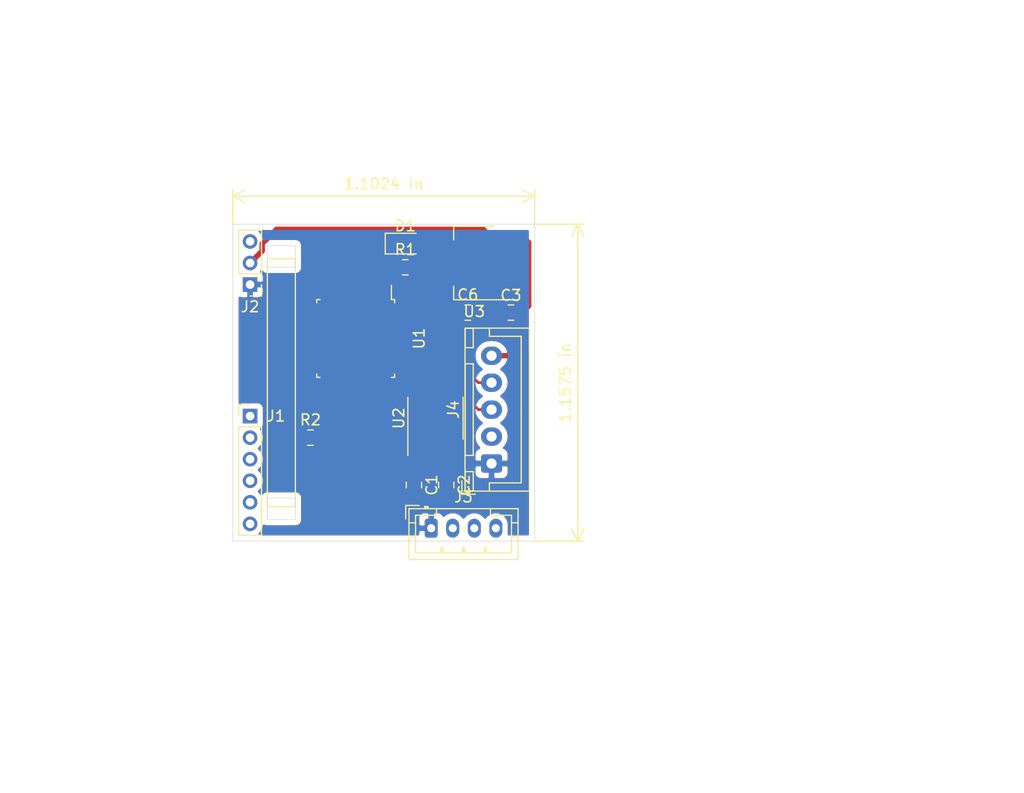
<source format=kicad_pcb>
(kicad_pcb (version 20171130) (host pcbnew "(5.1.4)-1")

  (general
    (thickness 1.6)
    (drawings 26)
    (tracks 38)
    (zones 0)
    (modules 14)
    (nets 44)
  )

  (page A4)
  (layers
    (0 F.Cu signal)
    (31 B.Cu signal)
    (32 B.Adhes user)
    (33 F.Adhes user)
    (34 B.Paste user)
    (35 F.Paste user)
    (36 B.SilkS user)
    (37 F.SilkS user)
    (38 B.Mask user)
    (39 F.Mask user)
    (40 Dwgs.User user)
    (41 Cmts.User user)
    (42 Eco1.User user)
    (43 Eco2.User user)
    (44 Edge.Cuts user)
    (45 Margin user)
    (46 B.CrtYd user)
    (47 F.CrtYd user)
    (48 B.Fab user hide)
    (49 F.Fab user hide)
  )

  (setup
    (last_trace_width 0.25)
    (user_trace_width 0.5)
    (user_trace_width 0.8)
    (trace_clearance 0.2)
    (zone_clearance 0.508)
    (zone_45_only no)
    (trace_min 0.2)
    (via_size 0.8)
    (via_drill 0.4)
    (via_min_size 0.4)
    (via_min_drill 0.3)
    (uvia_size 0.3)
    (uvia_drill 0.1)
    (uvias_allowed no)
    (uvia_min_size 0.2)
    (uvia_min_drill 0.1)
    (edge_width 0.05)
    (segment_width 0.2)
    (pcb_text_width 0.3)
    (pcb_text_size 1.5 1.5)
    (mod_edge_width 0.12)
    (mod_text_size 1 1)
    (mod_text_width 0.15)
    (pad_size 1.524 1.524)
    (pad_drill 0.762)
    (pad_to_mask_clearance 0.051)
    (solder_mask_min_width 0.25)
    (aux_axis_origin 0 0)
    (visible_elements 7FFFFFFF)
    (pcbplotparams
      (layerselection 0x010fc_ffffffff)
      (usegerberextensions false)
      (usegerberattributes false)
      (usegerberadvancedattributes false)
      (creategerberjobfile false)
      (excludeedgelayer true)
      (linewidth 0.100000)
      (plotframeref false)
      (viasonmask false)
      (mode 1)
      (useauxorigin false)
      (hpglpennumber 1)
      (hpglpenspeed 20)
      (hpglpendiameter 15.000000)
      (psnegative false)
      (psa4output false)
      (plotreference true)
      (plotvalue true)
      (plotinvisibletext false)
      (padsonsilk false)
      (subtractmaskfromsilk false)
      (outputformat 1)
      (mirror false)
      (drillshape 1)
      (scaleselection 1)
      (outputdirectory ""))
  )

  (net 0 "")
  (net 1 /Aux1)
  (net 2 /Rudd)
  (net 3 /Aile)
  (net 4 /Gear)
  (net 5 /Elev)
  (net 6 /Thro)
  (net 7 /Bnd|Dat)
  (net 8 GND)
  (net 9 "Net-(U1-Pad31)")
  (net 10 "Net-(U1-Pad30)")
  (net 11 "Net-(U1-Pad29)")
  (net 12 "Net-(U1-Pad28)")
  (net 13 "Net-(U1-Pad27)")
  (net 14 "Net-(U1-Pad26)")
  (net 15 "Net-(U1-Pad25)")
  (net 16 "Net-(U1-Pad20)")
  (net 17 "Net-(U1-Pad19)")
  (net 18 "Net-(U1-Pad18)")
  (net 19 "Net-(U1-Pad15)")
  (net 20 "Net-(U1-Pad14)")
  (net 21 "Net-(U1-Pad13)")
  (net 22 "Net-(U1-Pad12)")
  (net 23 "Net-(U1-Pad11)")
  (net 24 "Net-(U1-Pad10)")
  (net 25 "Net-(U1-Pad9)")
  (net 26 "Net-(U1-Pad8)")
  (net 27 "Net-(U1-Pad7)")
  (net 28 "Net-(U1-Pad6)")
  (net 29 "Net-(U1-Pad3)")
  (net 30 "Net-(U1-Pad2)")
  (net 31 /CAN_TX)
  (net 32 +3V3)
  (net 33 +7.5V)
  (net 34 "Net-(D1-Pad1)")
  (net 35 /CAN/CAN_NRST)
  (net 36 /CAN_RX)
  (net 37 /~RST)
  (net 38 "Net-(U2-Pad8)")
  (net 39 "Net-(U2-Pad5)")
  (net 40 "Net-(J4-Pad4)")
  (net 41 "Net-(J4-Pad3)")
  (net 42 /TMS)
  (net 43 /TCK)

  (net_class Default "Ceci est la Netclass par défaut."
    (clearance 0.2)
    (trace_width 0.25)
    (via_dia 0.8)
    (via_drill 0.4)
    (uvia_dia 0.3)
    (uvia_drill 0.1)
    (add_net +3V3)
    (add_net +7.5V)
    (add_net /Aile)
    (add_net /Aux1)
    (add_net /Bnd|Dat)
    (add_net /CAN/CAN_NRST)
    (add_net /CAN_RX)
    (add_net /CAN_TX)
    (add_net /Elev)
    (add_net /Gear)
    (add_net /Rudd)
    (add_net /TCK)
    (add_net /TMS)
    (add_net /Thro)
    (add_net /~RST)
    (add_net GND)
    (add_net "Net-(D1-Pad1)")
    (add_net "Net-(J4-Pad3)")
    (add_net "Net-(J4-Pad4)")
    (add_net "Net-(U1-Pad10)")
    (add_net "Net-(U1-Pad11)")
    (add_net "Net-(U1-Pad12)")
    (add_net "Net-(U1-Pad13)")
    (add_net "Net-(U1-Pad14)")
    (add_net "Net-(U1-Pad15)")
    (add_net "Net-(U1-Pad18)")
    (add_net "Net-(U1-Pad19)")
    (add_net "Net-(U1-Pad2)")
    (add_net "Net-(U1-Pad20)")
    (add_net "Net-(U1-Pad25)")
    (add_net "Net-(U1-Pad26)")
    (add_net "Net-(U1-Pad27)")
    (add_net "Net-(U1-Pad28)")
    (add_net "Net-(U1-Pad29)")
    (add_net "Net-(U1-Pad3)")
    (add_net "Net-(U1-Pad30)")
    (add_net "Net-(U1-Pad31)")
    (add_net "Net-(U1-Pad6)")
    (add_net "Net-(U1-Pad7)")
    (add_net "Net-(U1-Pad8)")
    (add_net "Net-(U1-Pad9)")
    (add_net "Net-(U2-Pad5)")
    (add_net "Net-(U2-Pad8)")
  )

  (module Connector_JST:JST_PH_B4B-PH-K_1x04_P2.00mm_Vertical (layer F.Cu) (tedit 5B7745C2) (tstamp 5DC521E0)
    (at 118.4 124.8)
    (descr "JST PH series connector, B4B-PH-K (http://www.jst-mfg.com/product/pdf/eng/ePH.pdf), generated with kicad-footprint-generator")
    (tags "connector JST PH side entry")
    (path /5DC5FBBA)
    (fp_text reference J3 (at 3 -2.9) (layer F.SilkS)
      (effects (font (size 1 1) (thickness 0.15)))
    )
    (fp_text value Conn_Debug (at 3 4) (layer F.Fab)
      (effects (font (size 1 1) (thickness 0.15)))
    )
    (fp_text user %R (at 3 1.5) (layer F.Fab)
      (effects (font (size 1 1) (thickness 0.15)))
    )
    (fp_line (start 8.45 -2.2) (end -2.45 -2.2) (layer F.CrtYd) (width 0.05))
    (fp_line (start 8.45 3.3) (end 8.45 -2.2) (layer F.CrtYd) (width 0.05))
    (fp_line (start -2.45 3.3) (end 8.45 3.3) (layer F.CrtYd) (width 0.05))
    (fp_line (start -2.45 -2.2) (end -2.45 3.3) (layer F.CrtYd) (width 0.05))
    (fp_line (start 7.95 -1.7) (end -1.95 -1.7) (layer F.Fab) (width 0.1))
    (fp_line (start 7.95 2.8) (end 7.95 -1.7) (layer F.Fab) (width 0.1))
    (fp_line (start -1.95 2.8) (end 7.95 2.8) (layer F.Fab) (width 0.1))
    (fp_line (start -1.95 -1.7) (end -1.95 2.8) (layer F.Fab) (width 0.1))
    (fp_line (start -2.36 -2.11) (end -2.36 -0.86) (layer F.Fab) (width 0.1))
    (fp_line (start -1.11 -2.11) (end -2.36 -2.11) (layer F.Fab) (width 0.1))
    (fp_line (start -2.36 -2.11) (end -2.36 -0.86) (layer F.SilkS) (width 0.12))
    (fp_line (start -1.11 -2.11) (end -2.36 -2.11) (layer F.SilkS) (width 0.12))
    (fp_line (start 5 2.3) (end 5 1.8) (layer F.SilkS) (width 0.12))
    (fp_line (start 5.1 1.8) (end 5.1 2.3) (layer F.SilkS) (width 0.12))
    (fp_line (start 4.9 1.8) (end 5.1 1.8) (layer F.SilkS) (width 0.12))
    (fp_line (start 4.9 2.3) (end 4.9 1.8) (layer F.SilkS) (width 0.12))
    (fp_line (start 3 2.3) (end 3 1.8) (layer F.SilkS) (width 0.12))
    (fp_line (start 3.1 1.8) (end 3.1 2.3) (layer F.SilkS) (width 0.12))
    (fp_line (start 2.9 1.8) (end 3.1 1.8) (layer F.SilkS) (width 0.12))
    (fp_line (start 2.9 2.3) (end 2.9 1.8) (layer F.SilkS) (width 0.12))
    (fp_line (start 1 2.3) (end 1 1.8) (layer F.SilkS) (width 0.12))
    (fp_line (start 1.1 1.8) (end 1.1 2.3) (layer F.SilkS) (width 0.12))
    (fp_line (start 0.9 1.8) (end 1.1 1.8) (layer F.SilkS) (width 0.12))
    (fp_line (start 0.9 2.3) (end 0.9 1.8) (layer F.SilkS) (width 0.12))
    (fp_line (start 8.06 0.8) (end 7.45 0.8) (layer F.SilkS) (width 0.12))
    (fp_line (start 8.06 -0.5) (end 7.45 -0.5) (layer F.SilkS) (width 0.12))
    (fp_line (start -2.06 0.8) (end -1.45 0.8) (layer F.SilkS) (width 0.12))
    (fp_line (start -2.06 -0.5) (end -1.45 -0.5) (layer F.SilkS) (width 0.12))
    (fp_line (start 5.5 -1.2) (end 5.5 -1.81) (layer F.SilkS) (width 0.12))
    (fp_line (start 7.45 -1.2) (end 5.5 -1.2) (layer F.SilkS) (width 0.12))
    (fp_line (start 7.45 2.3) (end 7.45 -1.2) (layer F.SilkS) (width 0.12))
    (fp_line (start -1.45 2.3) (end 7.45 2.3) (layer F.SilkS) (width 0.12))
    (fp_line (start -1.45 -1.2) (end -1.45 2.3) (layer F.SilkS) (width 0.12))
    (fp_line (start 0.5 -1.2) (end -1.45 -1.2) (layer F.SilkS) (width 0.12))
    (fp_line (start 0.5 -1.81) (end 0.5 -1.2) (layer F.SilkS) (width 0.12))
    (fp_line (start -0.3 -1.91) (end -0.6 -1.91) (layer F.SilkS) (width 0.12))
    (fp_line (start -0.6 -2.01) (end -0.6 -1.81) (layer F.SilkS) (width 0.12))
    (fp_line (start -0.3 -2.01) (end -0.6 -2.01) (layer F.SilkS) (width 0.12))
    (fp_line (start -0.3 -1.81) (end -0.3 -2.01) (layer F.SilkS) (width 0.12))
    (fp_line (start 8.06 -1.81) (end -2.06 -1.81) (layer F.SilkS) (width 0.12))
    (fp_line (start 8.06 2.91) (end 8.06 -1.81) (layer F.SilkS) (width 0.12))
    (fp_line (start -2.06 2.91) (end 8.06 2.91) (layer F.SilkS) (width 0.12))
    (fp_line (start -2.06 -1.81) (end -2.06 2.91) (layer F.SilkS) (width 0.12))
    (pad 4 thru_hole oval (at 6 0) (size 1.2 1.75) (drill 0.75) (layers *.Cu *.Mask)
      (net 42 /TMS))
    (pad 3 thru_hole oval (at 4 0) (size 1.2 1.75) (drill 0.75) (layers *.Cu *.Mask)
      (net 43 /TCK))
    (pad 2 thru_hole oval (at 2 0) (size 1.2 1.75) (drill 0.75) (layers *.Cu *.Mask)
      (net 37 /~RST))
    (pad 1 thru_hole roundrect (at 0 0) (size 1.2 1.75) (drill 0.75) (layers *.Cu *.Mask) (roundrect_rratio 0.208333)
      (net 8 GND))
    (model ${KISYS3DMOD}/Connector_JST.3dshapes/JST_PH_B4B-PH-K_1x04_P2.00mm_Vertical.wrl
      (at (xyz 0 0 0))
      (scale (xyz 1 1 1))
      (rotate (xyz 0 0 0))
    )
  )

  (module Package_TO_SOT_SMD:SOT-223-3_TabPin2 (layer F.Cu) (tedit 5A02FF57) (tstamp 5DC4FF8C)
    (at 122.4 100.2 180)
    (descr "module CMS SOT223 4 pins")
    (tags "CMS SOT")
    (path /5DC5A1E4/5DC6E458)
    (attr smd)
    (fp_text reference U3 (at 0 -4.5) (layer F.SilkS)
      (effects (font (size 1 1) (thickness 0.15)))
    )
    (fp_text value LD1117S33TR_SOT223 (at 0 4.5) (layer F.Fab)
      (effects (font (size 1 1) (thickness 0.15)))
    )
    (fp_line (start 1.85 -3.35) (end 1.85 3.35) (layer F.Fab) (width 0.1))
    (fp_line (start -1.85 3.35) (end 1.85 3.35) (layer F.Fab) (width 0.1))
    (fp_line (start -4.1 -3.41) (end 1.91 -3.41) (layer F.SilkS) (width 0.12))
    (fp_line (start -0.85 -3.35) (end 1.85 -3.35) (layer F.Fab) (width 0.1))
    (fp_line (start -1.85 3.41) (end 1.91 3.41) (layer F.SilkS) (width 0.12))
    (fp_line (start -1.85 -2.35) (end -1.85 3.35) (layer F.Fab) (width 0.1))
    (fp_line (start -1.85 -2.35) (end -0.85 -3.35) (layer F.Fab) (width 0.1))
    (fp_line (start -4.4 -3.6) (end -4.4 3.6) (layer F.CrtYd) (width 0.05))
    (fp_line (start -4.4 3.6) (end 4.4 3.6) (layer F.CrtYd) (width 0.05))
    (fp_line (start 4.4 3.6) (end 4.4 -3.6) (layer F.CrtYd) (width 0.05))
    (fp_line (start 4.4 -3.6) (end -4.4 -3.6) (layer F.CrtYd) (width 0.05))
    (fp_line (start 1.91 -3.41) (end 1.91 -2.15) (layer F.SilkS) (width 0.12))
    (fp_line (start 1.91 3.41) (end 1.91 2.15) (layer F.SilkS) (width 0.12))
    (fp_text user %R (at 0 0 90) (layer F.Fab)
      (effects (font (size 0.8 0.8) (thickness 0.12)))
    )
    (pad 1 smd rect (at -3.15 -2.3 180) (size 2 1.5) (layers F.Cu F.Paste F.Mask)
      (net 8 GND))
    (pad 3 smd rect (at -3.15 2.3 180) (size 2 1.5) (layers F.Cu F.Paste F.Mask)
      (net 33 +7.5V))
    (pad 2 smd rect (at -3.15 0 180) (size 2 1.5) (layers F.Cu F.Paste F.Mask)
      (net 32 +3V3))
    (pad 2 smd rect (at 3.15 0 180) (size 2 3.8) (layers F.Cu F.Paste F.Mask)
      (net 32 +3V3))
    (model ${KISYS3DMOD}/Package_TO_SOT_SMD.3dshapes/SOT-223.wrl
      (at (xyz 0 0 0))
      (scale (xyz 1 1 1))
      (rotate (xyz 0 0 0))
    )
  )

  (module Resistor_SMD:R_0805_2012Metric_Pad1.15x1.40mm_HandSolder (layer F.Cu) (tedit 5B36C52B) (tstamp 5DC4F192)
    (at 107.2 116.4)
    (descr "Resistor SMD 0805 (2012 Metric), square (rectangular) end terminal, IPC_7351 nominal with elongated pad for handsoldering. (Body size source: https://docs.google.com/spreadsheets/d/1BsfQQcO9C6DZCsRaXUlFlo91Tg2WpOkGARC1WS5S8t0/edit?usp=sharing), generated with kicad-footprint-generator")
    (tags "resistor handsolder")
    (path /5DC4BF91)
    (attr smd)
    (fp_text reference R2 (at 0 -1.65) (layer F.SilkS)
      (effects (font (size 1 1) (thickness 0.15)))
    )
    (fp_text value 10k (at 0 1.65) (layer F.Fab)
      (effects (font (size 1 1) (thickness 0.15)))
    )
    (fp_text user %R (at 0 0) (layer F.Fab)
      (effects (font (size 0.5 0.5) (thickness 0.08)))
    )
    (fp_line (start 1.85 0.95) (end -1.85 0.95) (layer F.CrtYd) (width 0.05))
    (fp_line (start 1.85 -0.95) (end 1.85 0.95) (layer F.CrtYd) (width 0.05))
    (fp_line (start -1.85 -0.95) (end 1.85 -0.95) (layer F.CrtYd) (width 0.05))
    (fp_line (start -1.85 0.95) (end -1.85 -0.95) (layer F.CrtYd) (width 0.05))
    (fp_line (start -0.261252 0.71) (end 0.261252 0.71) (layer F.SilkS) (width 0.12))
    (fp_line (start -0.261252 -0.71) (end 0.261252 -0.71) (layer F.SilkS) (width 0.12))
    (fp_line (start 1 0.6) (end -1 0.6) (layer F.Fab) (width 0.1))
    (fp_line (start 1 -0.6) (end 1 0.6) (layer F.Fab) (width 0.1))
    (fp_line (start -1 -0.6) (end 1 -0.6) (layer F.Fab) (width 0.1))
    (fp_line (start -1 0.6) (end -1 -0.6) (layer F.Fab) (width 0.1))
    (pad 2 smd roundrect (at 1.025 0) (size 1.15 1.4) (layers F.Cu F.Paste F.Mask) (roundrect_rratio 0.217391)
      (net 8 GND))
    (pad 1 smd roundrect (at -1.025 0) (size 1.15 1.4) (layers F.Cu F.Paste F.Mask) (roundrect_rratio 0.217391)
      (net 37 /~RST))
    (model ${KISYS3DMOD}/Resistor_SMD.3dshapes/R_0805_2012Metric.wrl
      (at (xyz 0 0 0))
      (scale (xyz 1 1 1))
      (rotate (xyz 0 0 0))
    )
  )

  (module Package_SO:SOIC-8_3.9x4.9mm_P1.27mm (layer F.Cu) (tedit 5C97300E) (tstamp 5DC49C23)
    (at 118.8 114.6 90)
    (descr "SOIC, 8 Pin (JEDEC MS-012AA, https://www.analog.com/media/en/package-pcb-resources/package/pkg_pdf/soic_narrow-r/r_8.pdf), generated with kicad-footprint-generator ipc_gullwing_generator.py")
    (tags "SOIC SO")
    (path /5DC5A1E4/5DC4A0B8)
    (attr smd)
    (fp_text reference U2 (at 0 -3.4 90) (layer F.SilkS)
      (effects (font (size 1 1) (thickness 0.15)))
    )
    (fp_text value TCAN332 (at 0 3.4 90) (layer F.Fab)
      (effects (font (size 1 1) (thickness 0.15)))
    )
    (fp_text user %R (at 0 0 90) (layer F.Fab)
      (effects (font (size 0.98 0.98) (thickness 0.15)))
    )
    (fp_line (start 3.7 -2.7) (end -3.7 -2.7) (layer F.CrtYd) (width 0.05))
    (fp_line (start 3.7 2.7) (end 3.7 -2.7) (layer F.CrtYd) (width 0.05))
    (fp_line (start -3.7 2.7) (end 3.7 2.7) (layer F.CrtYd) (width 0.05))
    (fp_line (start -3.7 -2.7) (end -3.7 2.7) (layer F.CrtYd) (width 0.05))
    (fp_line (start -1.95 -1.475) (end -0.975 -2.45) (layer F.Fab) (width 0.1))
    (fp_line (start -1.95 2.45) (end -1.95 -1.475) (layer F.Fab) (width 0.1))
    (fp_line (start 1.95 2.45) (end -1.95 2.45) (layer F.Fab) (width 0.1))
    (fp_line (start 1.95 -2.45) (end 1.95 2.45) (layer F.Fab) (width 0.1))
    (fp_line (start -0.975 -2.45) (end 1.95 -2.45) (layer F.Fab) (width 0.1))
    (fp_line (start 0 -2.56) (end -3.45 -2.56) (layer F.SilkS) (width 0.12))
    (fp_line (start 0 -2.56) (end 1.95 -2.56) (layer F.SilkS) (width 0.12))
    (fp_line (start 0 2.56) (end -1.95 2.56) (layer F.SilkS) (width 0.12))
    (fp_line (start 0 2.56) (end 1.95 2.56) (layer F.SilkS) (width 0.12))
    (pad 8 smd roundrect (at 2.475 -1.905 90) (size 1.95 0.6) (layers F.Cu F.Paste F.Mask) (roundrect_rratio 0.25)
      (net 38 "Net-(U2-Pad8)"))
    (pad 7 smd roundrect (at 2.475 -0.635 90) (size 1.95 0.6) (layers F.Cu F.Paste F.Mask) (roundrect_rratio 0.25)
      (net 40 "Net-(J4-Pad4)"))
    (pad 6 smd roundrect (at 2.475 0.635 90) (size 1.95 0.6) (layers F.Cu F.Paste F.Mask) (roundrect_rratio 0.25)
      (net 41 "Net-(J4-Pad3)"))
    (pad 5 smd roundrect (at 2.475 1.905 90) (size 1.95 0.6) (layers F.Cu F.Paste F.Mask) (roundrect_rratio 0.25)
      (net 39 "Net-(U2-Pad5)"))
    (pad 4 smd roundrect (at -2.475 1.905 90) (size 1.95 0.6) (layers F.Cu F.Paste F.Mask) (roundrect_rratio 0.25)
      (net 36 /CAN_RX))
    (pad 3 smd roundrect (at -2.475 0.635 90) (size 1.95 0.6) (layers F.Cu F.Paste F.Mask) (roundrect_rratio 0.25)
      (net 32 +3V3))
    (pad 2 smd roundrect (at -2.475 -0.635 90) (size 1.95 0.6) (layers F.Cu F.Paste F.Mask) (roundrect_rratio 0.25)
      (net 8 GND))
    (pad 1 smd roundrect (at -2.475 -1.905 90) (size 1.95 0.6) (layers F.Cu F.Paste F.Mask) (roundrect_rratio 0.25)
      (net 31 /CAN_TX))
    (model ${KISYS3DMOD}/Package_SO.3dshapes/SOIC-8_3.9x4.9mm_P1.27mm.wrl
      (at (xyz 0 0 0))
      (scale (xyz 1 1 1))
      (rotate (xyz 0 0 0))
    )
  )

  (module Resistor_SMD:R_0805_2012Metric_Pad1.15x1.40mm_HandSolder (layer F.Cu) (tedit 5B36C52B) (tstamp 5DC49B75)
    (at 116 100.6)
    (descr "Resistor SMD 0805 (2012 Metric), square (rectangular) end terminal, IPC_7351 nominal with elongated pad for handsoldering. (Body size source: https://docs.google.com/spreadsheets/d/1BsfQQcO9C6DZCsRaXUlFlo91Tg2WpOkGARC1WS5S8t0/edit?usp=sharing), generated with kicad-footprint-generator")
    (tags "resistor handsolder")
    (path /5DC5A1E4/5DC79774)
    (attr smd)
    (fp_text reference R1 (at 0 -1.65) (layer F.SilkS)
      (effects (font (size 1 1) (thickness 0.15)))
    )
    (fp_text value 230 (at 0 1.65) (layer F.Fab)
      (effects (font (size 1 1) (thickness 0.15)))
    )
    (fp_text user %R (at 0 0) (layer F.Fab)
      (effects (font (size 0.5 0.5) (thickness 0.08)))
    )
    (fp_line (start 1.85 0.95) (end -1.85 0.95) (layer F.CrtYd) (width 0.05))
    (fp_line (start 1.85 -0.95) (end 1.85 0.95) (layer F.CrtYd) (width 0.05))
    (fp_line (start -1.85 -0.95) (end 1.85 -0.95) (layer F.CrtYd) (width 0.05))
    (fp_line (start -1.85 0.95) (end -1.85 -0.95) (layer F.CrtYd) (width 0.05))
    (fp_line (start -0.261252 0.71) (end 0.261252 0.71) (layer F.SilkS) (width 0.12))
    (fp_line (start -0.261252 -0.71) (end 0.261252 -0.71) (layer F.SilkS) (width 0.12))
    (fp_line (start 1 0.6) (end -1 0.6) (layer F.Fab) (width 0.1))
    (fp_line (start 1 -0.6) (end 1 0.6) (layer F.Fab) (width 0.1))
    (fp_line (start -1 -0.6) (end 1 -0.6) (layer F.Fab) (width 0.1))
    (fp_line (start -1 0.6) (end -1 -0.6) (layer F.Fab) (width 0.1))
    (pad 2 smd roundrect (at 1.025 0) (size 1.15 1.4) (layers F.Cu F.Paste F.Mask) (roundrect_rratio 0.217391)
      (net 8 GND))
    (pad 1 smd roundrect (at -1.025 0) (size 1.15 1.4) (layers F.Cu F.Paste F.Mask) (roundrect_rratio 0.217391)
      (net 34 "Net-(D1-Pad1)"))
    (model ${KISYS3DMOD}/Resistor_SMD.3dshapes/R_0805_2012Metric.wrl
      (at (xyz 0 0 0))
      (scale (xyz 1 1 1))
      (rotate (xyz 0 0 0))
    )
  )

  (module Connector_JST:JST_XH_B5B-XH-A_1x05_P2.50mm_Vertical (layer F.Cu) (tedit 5C28146C) (tstamp 5DC49B64)
    (at 124 118.8 90)
    (descr "JST XH series connector, B5B-XH-A (http://www.jst-mfg.com/product/pdf/eng/eXH.pdf), generated with kicad-footprint-generator")
    (tags "connector JST XH vertical")
    (path /5DC5A1E4/5DC4A3DF)
    (fp_text reference J4 (at 5 -3.55 90) (layer F.SilkS)
      (effects (font (size 1 1) (thickness 0.15)))
    )
    (fp_text value CAN_conn (at 5 4.6 90) (layer F.Fab)
      (effects (font (size 1 1) (thickness 0.15)))
    )
    (fp_text user %R (at 5 2.7 90) (layer F.Fab)
      (effects (font (size 1 1) (thickness 0.15)))
    )
    (fp_line (start -2.85 -2.75) (end -2.85 -1.5) (layer F.SilkS) (width 0.12))
    (fp_line (start -1.6 -2.75) (end -2.85 -2.75) (layer F.SilkS) (width 0.12))
    (fp_line (start 11.8 2.75) (end 5 2.75) (layer F.SilkS) (width 0.12))
    (fp_line (start 11.8 -0.2) (end 11.8 2.75) (layer F.SilkS) (width 0.12))
    (fp_line (start 12.55 -0.2) (end 11.8 -0.2) (layer F.SilkS) (width 0.12))
    (fp_line (start -1.8 2.75) (end 5 2.75) (layer F.SilkS) (width 0.12))
    (fp_line (start -1.8 -0.2) (end -1.8 2.75) (layer F.SilkS) (width 0.12))
    (fp_line (start -2.55 -0.2) (end -1.8 -0.2) (layer F.SilkS) (width 0.12))
    (fp_line (start 12.55 -2.45) (end 10.75 -2.45) (layer F.SilkS) (width 0.12))
    (fp_line (start 12.55 -1.7) (end 12.55 -2.45) (layer F.SilkS) (width 0.12))
    (fp_line (start 10.75 -1.7) (end 12.55 -1.7) (layer F.SilkS) (width 0.12))
    (fp_line (start 10.75 -2.45) (end 10.75 -1.7) (layer F.SilkS) (width 0.12))
    (fp_line (start -0.75 -2.45) (end -2.55 -2.45) (layer F.SilkS) (width 0.12))
    (fp_line (start -0.75 -1.7) (end -0.75 -2.45) (layer F.SilkS) (width 0.12))
    (fp_line (start -2.55 -1.7) (end -0.75 -1.7) (layer F.SilkS) (width 0.12))
    (fp_line (start -2.55 -2.45) (end -2.55 -1.7) (layer F.SilkS) (width 0.12))
    (fp_line (start 9.25 -2.45) (end 0.75 -2.45) (layer F.SilkS) (width 0.12))
    (fp_line (start 9.25 -1.7) (end 9.25 -2.45) (layer F.SilkS) (width 0.12))
    (fp_line (start 0.75 -1.7) (end 9.25 -1.7) (layer F.SilkS) (width 0.12))
    (fp_line (start 0.75 -2.45) (end 0.75 -1.7) (layer F.SilkS) (width 0.12))
    (fp_line (start 0 -1.35) (end 0.625 -2.35) (layer F.Fab) (width 0.1))
    (fp_line (start -0.625 -2.35) (end 0 -1.35) (layer F.Fab) (width 0.1))
    (fp_line (start 12.95 -2.85) (end -2.95 -2.85) (layer F.CrtYd) (width 0.05))
    (fp_line (start 12.95 3.9) (end 12.95 -2.85) (layer F.CrtYd) (width 0.05))
    (fp_line (start -2.95 3.9) (end 12.95 3.9) (layer F.CrtYd) (width 0.05))
    (fp_line (start -2.95 -2.85) (end -2.95 3.9) (layer F.CrtYd) (width 0.05))
    (fp_line (start 12.56 -2.46) (end -2.56 -2.46) (layer F.SilkS) (width 0.12))
    (fp_line (start 12.56 3.51) (end 12.56 -2.46) (layer F.SilkS) (width 0.12))
    (fp_line (start -2.56 3.51) (end 12.56 3.51) (layer F.SilkS) (width 0.12))
    (fp_line (start -2.56 -2.46) (end -2.56 3.51) (layer F.SilkS) (width 0.12))
    (fp_line (start 12.45 -2.35) (end -2.45 -2.35) (layer F.Fab) (width 0.1))
    (fp_line (start 12.45 3.4) (end 12.45 -2.35) (layer F.Fab) (width 0.1))
    (fp_line (start -2.45 3.4) (end 12.45 3.4) (layer F.Fab) (width 0.1))
    (fp_line (start -2.45 -2.35) (end -2.45 3.4) (layer F.Fab) (width 0.1))
    (pad 5 thru_hole oval (at 10 0 90) (size 1.7 1.95) (drill 0.95) (layers *.Cu *.Mask)
      (net 33 +7.5V))
    (pad 4 thru_hole oval (at 7.5 0 90) (size 1.7 1.95) (drill 0.95) (layers *.Cu *.Mask)
      (net 40 "Net-(J4-Pad4)"))
    (pad 3 thru_hole oval (at 5 0 90) (size 1.7 1.95) (drill 0.95) (layers *.Cu *.Mask)
      (net 41 "Net-(J4-Pad3)"))
    (pad 2 thru_hole oval (at 2.5 0 90) (size 1.7 1.95) (drill 0.95) (layers *.Cu *.Mask)
      (net 35 /CAN/CAN_NRST))
    (pad 1 thru_hole roundrect (at 0 0 90) (size 1.7 1.95) (drill 0.95) (layers *.Cu *.Mask) (roundrect_rratio 0.147059)
      (net 8 GND))
    (model ${KISYS3DMOD}/Connector_JST.3dshapes/JST_XH_B5B-XH-A_1x05_P2.50mm_Vertical.wrl
      (at (xyz 0 0 0))
      (scale (xyz 1 1 1))
      (rotate (xyz 0 0 0))
    )
  )

  (module Connector_PinHeader_2.00mm:PinHeader_1x03_P2.00mm_Vertical (layer F.Cu) (tedit 59FED667) (tstamp 5DC4DCF2)
    (at 101.6 102.2 180)
    (descr "Through hole straight pin header, 1x03, 2.00mm pitch, single row")
    (tags "Through hole pin header THT 1x03 2.00mm single row")
    (path /5DC51F3B)
    (fp_text reference J2 (at 0 -2.06) (layer F.SilkS)
      (effects (font (size 1 1) (thickness 0.15)))
    )
    (fp_text value Conn_01x03 (at 0 6.06) (layer F.Fab)
      (effects (font (size 1 1) (thickness 0.15)))
    )
    (fp_text user %R (at 0 2 90) (layer F.Fab)
      (effects (font (size 1 1) (thickness 0.15)))
    )
    (fp_line (start 1.5 -1.5) (end -1.5 -1.5) (layer F.CrtYd) (width 0.05))
    (fp_line (start 1.5 5.5) (end 1.5 -1.5) (layer F.CrtYd) (width 0.05))
    (fp_line (start -1.5 5.5) (end 1.5 5.5) (layer F.CrtYd) (width 0.05))
    (fp_line (start -1.5 -1.5) (end -1.5 5.5) (layer F.CrtYd) (width 0.05))
    (fp_line (start -1.06 -1.06) (end 0 -1.06) (layer F.SilkS) (width 0.12))
    (fp_line (start -1.06 0) (end -1.06 -1.06) (layer F.SilkS) (width 0.12))
    (fp_line (start -1.06 1) (end 1.06 1) (layer F.SilkS) (width 0.12))
    (fp_line (start 1.06 1) (end 1.06 5.06) (layer F.SilkS) (width 0.12))
    (fp_line (start -1.06 1) (end -1.06 5.06) (layer F.SilkS) (width 0.12))
    (fp_line (start -1.06 5.06) (end 1.06 5.06) (layer F.SilkS) (width 0.12))
    (fp_line (start -1 -0.5) (end -0.5 -1) (layer F.Fab) (width 0.1))
    (fp_line (start -1 5) (end -1 -0.5) (layer F.Fab) (width 0.1))
    (fp_line (start 1 5) (end -1 5) (layer F.Fab) (width 0.1))
    (fp_line (start 1 -1) (end 1 5) (layer F.Fab) (width 0.1))
    (fp_line (start -0.5 -1) (end 1 -1) (layer F.Fab) (width 0.1))
    (pad 3 thru_hole oval (at 0 4 180) (size 1.35 1.35) (drill 0.8) (layers *.Cu *.Mask)
      (net 7 /Bnd|Dat))
    (pad 2 thru_hole oval (at 0 2 180) (size 1.35 1.35) (drill 0.8) (layers *.Cu *.Mask)
      (net 33 +7.5V))
    (pad 1 thru_hole rect (at 0 0 180) (size 1.35 1.35) (drill 0.8) (layers *.Cu *.Mask)
      (net 8 GND))
    (model ${KISYS3DMOD}/Connector_PinHeader_2.00mm.3dshapes/PinHeader_1x03_P2.00mm_Vertical.wrl
      (at (xyz 0 0 0))
      (scale (xyz 1 1 1))
      (rotate (xyz 0 0 0))
    )
  )

  (module Connector_PinHeader_2.00mm:PinHeader_1x06_P2.00mm_Vertical (layer F.Cu) (tedit 59FED667) (tstamp 5DC4DCD0)
    (at 101.6 114.4)
    (descr "Through hole straight pin header, 1x06, 2.00mm pitch, single row")
    (tags "Through hole pin header THT 1x06 2.00mm single row")
    (path /5DC5072D)
    (fp_text reference J1 (at 2.4 0) (layer F.SilkS)
      (effects (font (size 1 1) (thickness 0.15)))
    )
    (fp_text value Conn_01x06 (at 0 12.06) (layer F.Fab)
      (effects (font (size 1 1) (thickness 0.15)))
    )
    (fp_text user %R (at 0 5 90) (layer F.Fab)
      (effects (font (size 1 1) (thickness 0.15)))
    )
    (fp_line (start 1.5 -1.5) (end -1.5 -1.5) (layer F.CrtYd) (width 0.05))
    (fp_line (start 1.5 11.5) (end 1.5 -1.5) (layer F.CrtYd) (width 0.05))
    (fp_line (start -1.5 11.5) (end 1.5 11.5) (layer F.CrtYd) (width 0.05))
    (fp_line (start -1.5 -1.5) (end -1.5 11.5) (layer F.CrtYd) (width 0.05))
    (fp_line (start -1.06 -1.06) (end 0 -1.06) (layer F.SilkS) (width 0.12))
    (fp_line (start -1.06 0) (end -1.06 -1.06) (layer F.SilkS) (width 0.12))
    (fp_line (start -1.06 1) (end 1.06 1) (layer F.SilkS) (width 0.12))
    (fp_line (start 1.06 1) (end 1.06 11.06) (layer F.SilkS) (width 0.12))
    (fp_line (start -1.06 1) (end -1.06 11.06) (layer F.SilkS) (width 0.12))
    (fp_line (start -1.06 11.06) (end 1.06 11.06) (layer F.SilkS) (width 0.12))
    (fp_line (start -1 -0.5) (end -0.5 -1) (layer F.Fab) (width 0.1))
    (fp_line (start -1 11) (end -1 -0.5) (layer F.Fab) (width 0.1))
    (fp_line (start 1 11) (end -1 11) (layer F.Fab) (width 0.1))
    (fp_line (start 1 -1) (end 1 11) (layer F.Fab) (width 0.1))
    (fp_line (start -0.5 -1) (end 1 -1) (layer F.Fab) (width 0.1))
    (pad 6 thru_hole oval (at 0 10) (size 1.35 1.35) (drill 0.8) (layers *.Cu *.Mask)
      (net 1 /Aux1))
    (pad 5 thru_hole oval (at 0 8) (size 1.35 1.35) (drill 0.8) (layers *.Cu *.Mask)
      (net 4 /Gear))
    (pad 4 thru_hole oval (at 0 6) (size 1.35 1.35) (drill 0.8) (layers *.Cu *.Mask)
      (net 2 /Rudd))
    (pad 3 thru_hole oval (at 0 4) (size 1.35 1.35) (drill 0.8) (layers *.Cu *.Mask)
      (net 5 /Elev))
    (pad 2 thru_hole oval (at 0 2) (size 1.35 1.35) (drill 0.8) (layers *.Cu *.Mask)
      (net 3 /Aile))
    (pad 1 thru_hole rect (at 0 0) (size 1.35 1.35) (drill 0.8) (layers *.Cu *.Mask)
      (net 6 /Thro))
    (model ${KISYS3DMOD}/Connector_PinHeader_2.00mm.3dshapes/PinHeader_1x06_P2.00mm_Vertical.wrl
      (at (xyz 0 0 0))
      (scale (xyz 1 1 1))
      (rotate (xyz 0 0 0))
    )
  )

  (module LED_SMD:LED_0805_2012Metric_Pad1.15x1.40mm_HandSolder (layer F.Cu) (tedit 5B4B45C9) (tstamp 5DC49B09)
    (at 116 98.4)
    (descr "LED SMD 0805 (2012 Metric), square (rectangular) end terminal, IPC_7351 nominal, (Body size source: https://docs.google.com/spreadsheets/d/1BsfQQcO9C6DZCsRaXUlFlo91Tg2WpOkGARC1WS5S8t0/edit?usp=sharing), generated with kicad-footprint-generator")
    (tags "LED handsolder")
    (path /5DC5A1E4/5DC79146)
    (attr smd)
    (fp_text reference D1 (at 0 -1.65) (layer F.SilkS)
      (effects (font (size 1 1) (thickness 0.15)))
    )
    (fp_text value GREEN (at 0 1.65) (layer F.Fab)
      (effects (font (size 1 1) (thickness 0.15)))
    )
    (fp_text user %R (at 0 0) (layer F.Fab)
      (effects (font (size 0.5 0.5) (thickness 0.08)))
    )
    (fp_line (start 1.85 0.95) (end -1.85 0.95) (layer F.CrtYd) (width 0.05))
    (fp_line (start 1.85 -0.95) (end 1.85 0.95) (layer F.CrtYd) (width 0.05))
    (fp_line (start -1.85 -0.95) (end 1.85 -0.95) (layer F.CrtYd) (width 0.05))
    (fp_line (start -1.85 0.95) (end -1.85 -0.95) (layer F.CrtYd) (width 0.05))
    (fp_line (start -1.86 0.96) (end 1 0.96) (layer F.SilkS) (width 0.12))
    (fp_line (start -1.86 -0.96) (end -1.86 0.96) (layer F.SilkS) (width 0.12))
    (fp_line (start 1 -0.96) (end -1.86 -0.96) (layer F.SilkS) (width 0.12))
    (fp_line (start 1 0.6) (end 1 -0.6) (layer F.Fab) (width 0.1))
    (fp_line (start -1 0.6) (end 1 0.6) (layer F.Fab) (width 0.1))
    (fp_line (start -1 -0.3) (end -1 0.6) (layer F.Fab) (width 0.1))
    (fp_line (start -0.7 -0.6) (end -1 -0.3) (layer F.Fab) (width 0.1))
    (fp_line (start 1 -0.6) (end -0.7 -0.6) (layer F.Fab) (width 0.1))
    (pad 2 smd roundrect (at 1.025 0) (size 1.15 1.4) (layers F.Cu F.Paste F.Mask) (roundrect_rratio 0.217391)
      (net 32 +3V3))
    (pad 1 smd roundrect (at -1.025 0) (size 1.15 1.4) (layers F.Cu F.Paste F.Mask) (roundrect_rratio 0.217391)
      (net 34 "Net-(D1-Pad1)"))
    (model ${KISYS3DMOD}/LED_SMD.3dshapes/LED_0805_2012Metric.wrl
      (at (xyz 0 0 0))
      (scale (xyz 1 1 1))
      (rotate (xyz 0 0 0))
    )
  )

  (module Capacitor_SMD:C_0805_2012Metric_Pad1.15x1.40mm_HandSolder (layer F.Cu) (tedit 5B36C52B) (tstamp 5DC49AF6)
    (at 121.8 104.8)
    (descr "Capacitor SMD 0805 (2012 Metric), square (rectangular) end terminal, IPC_7351 nominal with elongated pad for handsoldering. (Body size source: https://docs.google.com/spreadsheets/d/1BsfQQcO9C6DZCsRaXUlFlo91Tg2WpOkGARC1WS5S8t0/edit?usp=sharing), generated with kicad-footprint-generator")
    (tags "capacitor handsolder")
    (path /5DC5A1E4/5DC789FE)
    (attr smd)
    (fp_text reference C6 (at 0 -1.65) (layer F.SilkS)
      (effects (font (size 1 1) (thickness 0.15)))
    )
    (fp_text value 10u (at 0 1.65) (layer F.Fab)
      (effects (font (size 1 1) (thickness 0.15)))
    )
    (fp_text user %R (at 0 0) (layer F.Fab)
      (effects (font (size 0.5 0.5) (thickness 0.08)))
    )
    (fp_line (start 1.85 0.95) (end -1.85 0.95) (layer F.CrtYd) (width 0.05))
    (fp_line (start 1.85 -0.95) (end 1.85 0.95) (layer F.CrtYd) (width 0.05))
    (fp_line (start -1.85 -0.95) (end 1.85 -0.95) (layer F.CrtYd) (width 0.05))
    (fp_line (start -1.85 0.95) (end -1.85 -0.95) (layer F.CrtYd) (width 0.05))
    (fp_line (start -0.261252 0.71) (end 0.261252 0.71) (layer F.SilkS) (width 0.12))
    (fp_line (start -0.261252 -0.71) (end 0.261252 -0.71) (layer F.SilkS) (width 0.12))
    (fp_line (start 1 0.6) (end -1 0.6) (layer F.Fab) (width 0.1))
    (fp_line (start 1 -0.6) (end 1 0.6) (layer F.Fab) (width 0.1))
    (fp_line (start -1 -0.6) (end 1 -0.6) (layer F.Fab) (width 0.1))
    (fp_line (start -1 0.6) (end -1 -0.6) (layer F.Fab) (width 0.1))
    (pad 2 smd roundrect (at 1.025 0) (size 1.15 1.4) (layers F.Cu F.Paste F.Mask) (roundrect_rratio 0.217391)
      (net 8 GND))
    (pad 1 smd roundrect (at -1.025 0) (size 1.15 1.4) (layers F.Cu F.Paste F.Mask) (roundrect_rratio 0.217391)
      (net 32 +3V3))
    (model ${KISYS3DMOD}/Capacitor_SMD.3dshapes/C_0805_2012Metric.wrl
      (at (xyz 0 0 0))
      (scale (xyz 1 1 1))
      (rotate (xyz 0 0 0))
    )
  )

  (module Capacitor_SMD:C_0805_2012Metric_Pad1.15x1.40mm_HandSolder (layer F.Cu) (tedit 5B36C52B) (tstamp 5DC49AC3)
    (at 125.8 104.8 180)
    (descr "Capacitor SMD 0805 (2012 Metric), square (rectangular) end terminal, IPC_7351 nominal with elongated pad for handsoldering. (Body size source: https://docs.google.com/spreadsheets/d/1BsfQQcO9C6DZCsRaXUlFlo91Tg2WpOkGARC1WS5S8t0/edit?usp=sharing), generated with kicad-footprint-generator")
    (tags "capacitor handsolder")
    (path /5DC5A1E4/5DC6F8C6)
    (attr smd)
    (fp_text reference C3 (at 0 1.6) (layer F.SilkS)
      (effects (font (size 1 1) (thickness 0.15)))
    )
    (fp_text value 10u (at 0 1.65) (layer F.Fab)
      (effects (font (size 1 1) (thickness 0.15)))
    )
    (fp_text user %R (at 0 0) (layer F.Fab)
      (effects (font (size 0.5 0.5) (thickness 0.08)))
    )
    (fp_line (start 1.85 0.95) (end -1.85 0.95) (layer F.CrtYd) (width 0.05))
    (fp_line (start 1.85 -0.95) (end 1.85 0.95) (layer F.CrtYd) (width 0.05))
    (fp_line (start -1.85 -0.95) (end 1.85 -0.95) (layer F.CrtYd) (width 0.05))
    (fp_line (start -1.85 0.95) (end -1.85 -0.95) (layer F.CrtYd) (width 0.05))
    (fp_line (start -0.261252 0.71) (end 0.261252 0.71) (layer F.SilkS) (width 0.12))
    (fp_line (start -0.261252 -0.71) (end 0.261252 -0.71) (layer F.SilkS) (width 0.12))
    (fp_line (start 1 0.6) (end -1 0.6) (layer F.Fab) (width 0.1))
    (fp_line (start 1 -0.6) (end 1 0.6) (layer F.Fab) (width 0.1))
    (fp_line (start -1 -0.6) (end 1 -0.6) (layer F.Fab) (width 0.1))
    (fp_line (start -1 0.6) (end -1 -0.6) (layer F.Fab) (width 0.1))
    (pad 2 smd roundrect (at 1.025 0 180) (size 1.15 1.4) (layers F.Cu F.Paste F.Mask) (roundrect_rratio 0.217391)
      (net 8 GND))
    (pad 1 smd roundrect (at -1.025 0 180) (size 1.15 1.4) (layers F.Cu F.Paste F.Mask) (roundrect_rratio 0.217391)
      (net 33 +7.5V))
    (model ${KISYS3DMOD}/Capacitor_SMD.3dshapes/C_0805_2012Metric.wrl
      (at (xyz 0 0 0))
      (scale (xyz 1 1 1))
      (rotate (xyz 0 0 0))
    )
  )

  (module Capacitor_SMD:C_0805_2012Metric_Pad1.15x1.40mm_HandSolder (layer F.Cu) (tedit 5B36C52B) (tstamp 5DC49AB2)
    (at 119.8 120.8 270)
    (descr "Capacitor SMD 0805 (2012 Metric), square (rectangular) end terminal, IPC_7351 nominal with elongated pad for handsoldering. (Body size source: https://docs.google.com/spreadsheets/d/1BsfQQcO9C6DZCsRaXUlFlo91Tg2WpOkGARC1WS5S8t0/edit?usp=sharing), generated with kicad-footprint-generator")
    (tags "capacitor handsolder")
    (path /5DC5A1E4/5DC50970)
    (attr smd)
    (fp_text reference C2 (at 0 -1.65 90) (layer F.SilkS)
      (effects (font (size 1 1) (thickness 0.15)))
    )
    (fp_text value 100n (at 0 1.65 90) (layer F.Fab)
      (effects (font (size 1 1) (thickness 0.15)))
    )
    (fp_text user %R (at 0 0 90) (layer F.Fab)
      (effects (font (size 0.5 0.5) (thickness 0.08)))
    )
    (fp_line (start 1.85 0.95) (end -1.85 0.95) (layer F.CrtYd) (width 0.05))
    (fp_line (start 1.85 -0.95) (end 1.85 0.95) (layer F.CrtYd) (width 0.05))
    (fp_line (start -1.85 -0.95) (end 1.85 -0.95) (layer F.CrtYd) (width 0.05))
    (fp_line (start -1.85 0.95) (end -1.85 -0.95) (layer F.CrtYd) (width 0.05))
    (fp_line (start -0.261252 0.71) (end 0.261252 0.71) (layer F.SilkS) (width 0.12))
    (fp_line (start -0.261252 -0.71) (end 0.261252 -0.71) (layer F.SilkS) (width 0.12))
    (fp_line (start 1 0.6) (end -1 0.6) (layer F.Fab) (width 0.1))
    (fp_line (start 1 -0.6) (end 1 0.6) (layer F.Fab) (width 0.1))
    (fp_line (start -1 -0.6) (end 1 -0.6) (layer F.Fab) (width 0.1))
    (fp_line (start -1 0.6) (end -1 -0.6) (layer F.Fab) (width 0.1))
    (pad 2 smd roundrect (at 1.025 0 270) (size 1.15 1.4) (layers F.Cu F.Paste F.Mask) (roundrect_rratio 0.217391)
      (net 8 GND))
    (pad 1 smd roundrect (at -1.025 0 270) (size 1.15 1.4) (layers F.Cu F.Paste F.Mask) (roundrect_rratio 0.217391)
      (net 32 +3V3))
    (model ${KISYS3DMOD}/Capacitor_SMD.3dshapes/C_0805_2012Metric.wrl
      (at (xyz 0 0 0))
      (scale (xyz 1 1 1))
      (rotate (xyz 0 0 0))
    )
  )

  (module Capacitor_SMD:C_0805_2012Metric_Pad1.15x1.40mm_HandSolder (layer F.Cu) (tedit 5B36C52B) (tstamp 5DC49AA1)
    (at 116.8 120.8 270)
    (descr "Capacitor SMD 0805 (2012 Metric), square (rectangular) end terminal, IPC_7351 nominal with elongated pad for handsoldering. (Body size source: https://docs.google.com/spreadsheets/d/1BsfQQcO9C6DZCsRaXUlFlo91Tg2WpOkGARC1WS5S8t0/edit?usp=sharing), generated with kicad-footprint-generator")
    (tags "capacitor handsolder")
    (path /5DC5A1E4/5DC4E15B)
    (attr smd)
    (fp_text reference C1 (at 0 -1.65 90) (layer F.SilkS)
      (effects (font (size 1 1) (thickness 0.15)))
    )
    (fp_text value 100p (at 0 1.65 90) (layer F.Fab)
      (effects (font (size 1 1) (thickness 0.15)))
    )
    (fp_text user %R (at 0 0 90) (layer F.Fab)
      (effects (font (size 0.5 0.5) (thickness 0.08)))
    )
    (fp_line (start 1.85 0.95) (end -1.85 0.95) (layer F.CrtYd) (width 0.05))
    (fp_line (start 1.85 -0.95) (end 1.85 0.95) (layer F.CrtYd) (width 0.05))
    (fp_line (start -1.85 -0.95) (end 1.85 -0.95) (layer F.CrtYd) (width 0.05))
    (fp_line (start -1.85 0.95) (end -1.85 -0.95) (layer F.CrtYd) (width 0.05))
    (fp_line (start -0.261252 0.71) (end 0.261252 0.71) (layer F.SilkS) (width 0.12))
    (fp_line (start -0.261252 -0.71) (end 0.261252 -0.71) (layer F.SilkS) (width 0.12))
    (fp_line (start 1 0.6) (end -1 0.6) (layer F.Fab) (width 0.1))
    (fp_line (start 1 -0.6) (end 1 0.6) (layer F.Fab) (width 0.1))
    (fp_line (start -1 -0.6) (end 1 -0.6) (layer F.Fab) (width 0.1))
    (fp_line (start -1 0.6) (end -1 -0.6) (layer F.Fab) (width 0.1))
    (pad 2 smd roundrect (at 1.025 0 270) (size 1.15 1.4) (layers F.Cu F.Paste F.Mask) (roundrect_rratio 0.217391)
      (net 8 GND))
    (pad 1 smd roundrect (at -1.025 0 270) (size 1.15 1.4) (layers F.Cu F.Paste F.Mask) (roundrect_rratio 0.217391)
      (net 31 /CAN_TX))
    (model ${KISYS3DMOD}/Capacitor_SMD.3dshapes/C_0805_2012Metric.wrl
      (at (xyz 0 0 0))
      (scale (xyz 1 1 1))
      (rotate (xyz 0 0 0))
    )
  )

  (module Package_QFP:LQFP-32_7x7mm_P0.8mm (layer F.Cu) (tedit 5C1823C9) (tstamp 5DC4DD3D)
    (at 111.4 107.2 270)
    (descr "LQFP, 32 Pin (https://www.nxp.com/docs/en/package-information/SOT358-1.pdf), generated with kicad-footprint-generator ipc_gullwing_generator.py")
    (tags "LQFP QFP")
    (path /5DC55D45)
    (attr smd)
    (fp_text reference U1 (at 0 -5.88 90) (layer F.SilkS)
      (effects (font (size 1 1) (thickness 0.15)))
    )
    (fp_text value STM32F303K8Tx (at 0 5.88 90) (layer F.Fab)
      (effects (font (size 1 1) (thickness 0.15)))
    )
    (fp_text user %R (at 0 0 90) (layer F.Fab)
      (effects (font (size 1 1) (thickness 0.15)))
    )
    (fp_line (start 5.18 3.3) (end 5.18 0) (layer F.CrtYd) (width 0.05))
    (fp_line (start 3.75 3.3) (end 5.18 3.3) (layer F.CrtYd) (width 0.05))
    (fp_line (start 3.75 3.75) (end 3.75 3.3) (layer F.CrtYd) (width 0.05))
    (fp_line (start 3.3 3.75) (end 3.75 3.75) (layer F.CrtYd) (width 0.05))
    (fp_line (start 3.3 5.18) (end 3.3 3.75) (layer F.CrtYd) (width 0.05))
    (fp_line (start 0 5.18) (end 3.3 5.18) (layer F.CrtYd) (width 0.05))
    (fp_line (start -5.18 3.3) (end -5.18 0) (layer F.CrtYd) (width 0.05))
    (fp_line (start -3.75 3.3) (end -5.18 3.3) (layer F.CrtYd) (width 0.05))
    (fp_line (start -3.75 3.75) (end -3.75 3.3) (layer F.CrtYd) (width 0.05))
    (fp_line (start -3.3 3.75) (end -3.75 3.75) (layer F.CrtYd) (width 0.05))
    (fp_line (start -3.3 5.18) (end -3.3 3.75) (layer F.CrtYd) (width 0.05))
    (fp_line (start 0 5.18) (end -3.3 5.18) (layer F.CrtYd) (width 0.05))
    (fp_line (start 5.18 -3.3) (end 5.18 0) (layer F.CrtYd) (width 0.05))
    (fp_line (start 3.75 -3.3) (end 5.18 -3.3) (layer F.CrtYd) (width 0.05))
    (fp_line (start 3.75 -3.75) (end 3.75 -3.3) (layer F.CrtYd) (width 0.05))
    (fp_line (start 3.3 -3.75) (end 3.75 -3.75) (layer F.CrtYd) (width 0.05))
    (fp_line (start 3.3 -5.18) (end 3.3 -3.75) (layer F.CrtYd) (width 0.05))
    (fp_line (start 0 -5.18) (end 3.3 -5.18) (layer F.CrtYd) (width 0.05))
    (fp_line (start -5.18 -3.3) (end -5.18 0) (layer F.CrtYd) (width 0.05))
    (fp_line (start -3.75 -3.3) (end -5.18 -3.3) (layer F.CrtYd) (width 0.05))
    (fp_line (start -3.75 -3.75) (end -3.75 -3.3) (layer F.CrtYd) (width 0.05))
    (fp_line (start -3.3 -3.75) (end -3.75 -3.75) (layer F.CrtYd) (width 0.05))
    (fp_line (start -3.3 -5.18) (end -3.3 -3.75) (layer F.CrtYd) (width 0.05))
    (fp_line (start 0 -5.18) (end -3.3 -5.18) (layer F.CrtYd) (width 0.05))
    (fp_line (start -3.5 -2.5) (end -2.5 -3.5) (layer F.Fab) (width 0.1))
    (fp_line (start -3.5 3.5) (end -3.5 -2.5) (layer F.Fab) (width 0.1))
    (fp_line (start 3.5 3.5) (end -3.5 3.5) (layer F.Fab) (width 0.1))
    (fp_line (start 3.5 -3.5) (end 3.5 3.5) (layer F.Fab) (width 0.1))
    (fp_line (start -2.5 -3.5) (end 3.5 -3.5) (layer F.Fab) (width 0.1))
    (fp_line (start -3.61 -3.31) (end -4.925 -3.31) (layer F.SilkS) (width 0.12))
    (fp_line (start -3.61 -3.61) (end -3.61 -3.31) (layer F.SilkS) (width 0.12))
    (fp_line (start -3.31 -3.61) (end -3.61 -3.61) (layer F.SilkS) (width 0.12))
    (fp_line (start 3.61 -3.61) (end 3.61 -3.31) (layer F.SilkS) (width 0.12))
    (fp_line (start 3.31 -3.61) (end 3.61 -3.61) (layer F.SilkS) (width 0.12))
    (fp_line (start -3.61 3.61) (end -3.61 3.31) (layer F.SilkS) (width 0.12))
    (fp_line (start -3.31 3.61) (end -3.61 3.61) (layer F.SilkS) (width 0.12))
    (fp_line (start 3.61 3.61) (end 3.61 3.31) (layer F.SilkS) (width 0.12))
    (fp_line (start 3.31 3.61) (end 3.61 3.61) (layer F.SilkS) (width 0.12))
    (pad 32 smd roundrect (at -2.8 -4.175 270) (size 0.5 1.5) (layers F.Cu F.Paste F.Mask) (roundrect_rratio 0.25)
      (net 8 GND))
    (pad 31 smd roundrect (at -2 -4.175 270) (size 0.5 1.5) (layers F.Cu F.Paste F.Mask) (roundrect_rratio 0.25)
      (net 9 "Net-(U1-Pad31)"))
    (pad 30 smd roundrect (at -1.2 -4.175 270) (size 0.5 1.5) (layers F.Cu F.Paste F.Mask) (roundrect_rratio 0.25)
      (net 10 "Net-(U1-Pad30)"))
    (pad 29 smd roundrect (at -0.4 -4.175 270) (size 0.5 1.5) (layers F.Cu F.Paste F.Mask) (roundrect_rratio 0.25)
      (net 11 "Net-(U1-Pad29)"))
    (pad 28 smd roundrect (at 0.4 -4.175 270) (size 0.5 1.5) (layers F.Cu F.Paste F.Mask) (roundrect_rratio 0.25)
      (net 12 "Net-(U1-Pad28)"))
    (pad 27 smd roundrect (at 1.2 -4.175 270) (size 0.5 1.5) (layers F.Cu F.Paste F.Mask) (roundrect_rratio 0.25)
      (net 13 "Net-(U1-Pad27)"))
    (pad 26 smd roundrect (at 2 -4.175 270) (size 0.5 1.5) (layers F.Cu F.Paste F.Mask) (roundrect_rratio 0.25)
      (net 14 "Net-(U1-Pad26)"))
    (pad 25 smd roundrect (at 2.8 -4.175 270) (size 0.5 1.5) (layers F.Cu F.Paste F.Mask) (roundrect_rratio 0.25)
      (net 15 "Net-(U1-Pad25)"))
    (pad 24 smd roundrect (at 4.175 -2.8 270) (size 1.5 0.5) (layers F.Cu F.Paste F.Mask) (roundrect_rratio 0.25)
      (net 43 /TCK))
    (pad 23 smd roundrect (at 4.175 -2 270) (size 1.5 0.5) (layers F.Cu F.Paste F.Mask) (roundrect_rratio 0.25)
      (net 42 /TMS))
    (pad 22 smd roundrect (at 4.175 -1.2 270) (size 1.5 0.5) (layers F.Cu F.Paste F.Mask) (roundrect_rratio 0.25)
      (net 31 /CAN_TX))
    (pad 21 smd roundrect (at 4.175 -0.4 270) (size 1.5 0.5) (layers F.Cu F.Paste F.Mask) (roundrect_rratio 0.25)
      (net 36 /CAN_RX))
    (pad 20 smd roundrect (at 4.175 0.4 270) (size 1.5 0.5) (layers F.Cu F.Paste F.Mask) (roundrect_rratio 0.25)
      (net 16 "Net-(U1-Pad20)"))
    (pad 19 smd roundrect (at 4.175 1.2 270) (size 1.5 0.5) (layers F.Cu F.Paste F.Mask) (roundrect_rratio 0.25)
      (net 17 "Net-(U1-Pad19)"))
    (pad 18 smd roundrect (at 4.175 2 270) (size 1.5 0.5) (layers F.Cu F.Paste F.Mask) (roundrect_rratio 0.25)
      (net 18 "Net-(U1-Pad18)"))
    (pad 17 smd roundrect (at 4.175 2.8 270) (size 1.5 0.5) (layers F.Cu F.Paste F.Mask) (roundrect_rratio 0.25)
      (net 32 +3V3))
    (pad 16 smd roundrect (at 2.8 4.175 270) (size 0.5 1.5) (layers F.Cu F.Paste F.Mask) (roundrect_rratio 0.25)
      (net 8 GND))
    (pad 15 smd roundrect (at 2 4.175 270) (size 0.5 1.5) (layers F.Cu F.Paste F.Mask) (roundrect_rratio 0.25)
      (net 19 "Net-(U1-Pad15)"))
    (pad 14 smd roundrect (at 1.2 4.175 270) (size 0.5 1.5) (layers F.Cu F.Paste F.Mask) (roundrect_rratio 0.25)
      (net 20 "Net-(U1-Pad14)"))
    (pad 13 smd roundrect (at 0.4 4.175 270) (size 0.5 1.5) (layers F.Cu F.Paste F.Mask) (roundrect_rratio 0.25)
      (net 21 "Net-(U1-Pad13)"))
    (pad 12 smd roundrect (at -0.4 4.175 270) (size 0.5 1.5) (layers F.Cu F.Paste F.Mask) (roundrect_rratio 0.25)
      (net 22 "Net-(U1-Pad12)"))
    (pad 11 smd roundrect (at -1.2 4.175 270) (size 0.5 1.5) (layers F.Cu F.Paste F.Mask) (roundrect_rratio 0.25)
      (net 23 "Net-(U1-Pad11)"))
    (pad 10 smd roundrect (at -2 4.175 270) (size 0.5 1.5) (layers F.Cu F.Paste F.Mask) (roundrect_rratio 0.25)
      (net 24 "Net-(U1-Pad10)"))
    (pad 9 smd roundrect (at -2.8 4.175 270) (size 0.5 1.5) (layers F.Cu F.Paste F.Mask) (roundrect_rratio 0.25)
      (net 25 "Net-(U1-Pad9)"))
    (pad 8 smd roundrect (at -4.175 2.8 270) (size 1.5 0.5) (layers F.Cu F.Paste F.Mask) (roundrect_rratio 0.25)
      (net 26 "Net-(U1-Pad8)"))
    (pad 7 smd roundrect (at -4.175 2 270) (size 1.5 0.5) (layers F.Cu F.Paste F.Mask) (roundrect_rratio 0.25)
      (net 27 "Net-(U1-Pad7)"))
    (pad 6 smd roundrect (at -4.175 1.2 270) (size 1.5 0.5) (layers F.Cu F.Paste F.Mask) (roundrect_rratio 0.25)
      (net 28 "Net-(U1-Pad6)"))
    (pad 5 smd roundrect (at -4.175 0.4 270) (size 1.5 0.5) (layers F.Cu F.Paste F.Mask) (roundrect_rratio 0.25)
      (net 32 +3V3))
    (pad 4 smd roundrect (at -4.175 -0.4 270) (size 1.5 0.5) (layers F.Cu F.Paste F.Mask) (roundrect_rratio 0.25)
      (net 37 /~RST))
    (pad 3 smd roundrect (at -4.175 -1.2 270) (size 1.5 0.5) (layers F.Cu F.Paste F.Mask) (roundrect_rratio 0.25)
      (net 29 "Net-(U1-Pad3)"))
    (pad 2 smd roundrect (at -4.175 -2 270) (size 1.5 0.5) (layers F.Cu F.Paste F.Mask) (roundrect_rratio 0.25)
      (net 30 "Net-(U1-Pad2)"))
    (pad 1 smd roundrect (at -4.175 -2.8 270) (size 1.5 0.5) (layers F.Cu F.Paste F.Mask) (roundrect_rratio 0.25)
      (net 32 +3V3))
    (model ${KISYS3DMOD}/Package_QFP.3dshapes/LQFP-32_7x7mm_P0.8mm.wrl
      (at (xyz 0 0 0))
      (scale (xyz 1 1 1))
      (rotate (xyz 0 0 0))
    )
  )

  (gr_line (start 90 122.6) (end 100 122.6) (layer Dwgs.User) (width 0.15) (tstamp 5DC52837))
  (gr_line (start 90 100) (end 90 122.6) (layer Dwgs.User) (width 0.15))
  (gr_line (start 100 100) (end 90 100) (layer Dwgs.User) (width 0.15))
  (dimension 29.4 (width 0.12) (layer F.SilkS)
    (gr_text "29,400 mm" (at 133.27 111.3 270) (layer F.SilkS)
      (effects (font (size 1 1) (thickness 0.15)))
    )
    (feature1 (pts (xy 128 126) (xy 132.586421 126)))
    (feature2 (pts (xy 128 96.6) (xy 132.586421 96.6)))
    (crossbar (pts (xy 132 96.6) (xy 132 126)))
    (arrow1a (pts (xy 132 126) (xy 131.413579 124.873496)))
    (arrow1b (pts (xy 132 126) (xy 132.586421 124.873496)))
    (arrow2a (pts (xy 132 96.6) (xy 131.413579 97.726504)))
    (arrow2b (pts (xy 132 96.6) (xy 132.586421 97.726504)))
  )
  (dimension 28 (width 0.12) (layer F.SilkS)
    (gr_text "28,000 mm" (at 114 92.73) (layer F.SilkS)
      (effects (font (size 1 1) (thickness 0.15)))
    )
    (feature1 (pts (xy 128 96.6) (xy 128 93.413579)))
    (feature2 (pts (xy 100 96.6) (xy 100 93.413579)))
    (crossbar (pts (xy 100 94) (xy 128 94)))
    (arrow1a (pts (xy 128 94) (xy 126.873496 94.586421)))
    (arrow1b (pts (xy 128 94) (xy 126.873496 93.413579)))
    (arrow2a (pts (xy 100 94) (xy 101.126504 94.586421)))
    (arrow2b (pts (xy 100 94) (xy 101.126504 93.413579)))
  )
  (gr_line (start 105.8 100.6) (end 103.2 100.6) (layer Edge.Cuts) (width 0.05) (tstamp 5DC4F616))
  (gr_line (start 105.8 98.6) (end 105.8 100.6) (layer Edge.Cuts) (width 0.05))
  (gr_line (start 103.2 98.6) (end 105.8 98.6) (layer Edge.Cuts) (width 0.05))
  (gr_line (start 103.2 100.6) (end 103.2 98.6) (layer Edge.Cuts) (width 0.05))
  (gr_line (start 105.8 122) (end 103.2 122) (layer Edge.Cuts) (width 0.05) (tstamp 5DC4F615))
  (gr_line (start 105.8 124) (end 105.8 122) (layer Edge.Cuts) (width 0.05))
  (gr_line (start 103.2 124) (end 105.8 124) (layer Edge.Cuts) (width 0.05))
  (gr_line (start 103.2 122) (end 103.2 124) (layer Edge.Cuts) (width 0.05))
  (gr_line (start 103.2 122.8) (end 103.2 122.6) (layer F.SilkS) (width 0.12) (tstamp 5DC4F614))
  (gr_line (start 105.8 122.8) (end 103.2 122.8) (layer F.SilkS) (width 0.12))
  (gr_line (start 105.8 99.8) (end 105.8 122.8) (layer F.SilkS) (width 0.12))
  (gr_line (start 103.2 99.8) (end 105.8 99.8) (layer F.SilkS) (width 0.12))
  (gr_line (start 103.2 122.6) (end 103.2 99.8) (layer F.SilkS) (width 0.12))
  (gr_line (start 128 126) (end 100 126) (layer Edge.Cuts) (width 0.05) (tstamp 5DC4A516))
  (gr_line (start 128 96.6) (end 128 126) (layer Edge.Cuts) (width 0.05))
  (gr_line (start 100 96.6) (end 128 96.6) (layer Edge.Cuts) (width 0.05))
  (gr_line (start 100 126) (end 100 96.6) (layer Edge.Cuts) (width 0.05))
  (gr_line (start 100 122.6) (end 100 100) (layer Dwgs.User) (width 0.15) (tstamp 5DC4A2CE))
  (gr_line (start 122.6 122.6) (end 100 122.6) (layer Dwgs.User) (width 0.15))
  (gr_line (start 122.6 100) (end 122.6 122.6) (layer Dwgs.User) (width 0.15))
  (gr_line (start 100 100) (end 122.6 100) (layer Dwgs.User) (width 0.15))

  (segment (start 126 102.625) (end 123.825 102.625) (width 0.5) (layer F.Cu) (net 8))
  (segment (start 122.825 103.625) (end 123.825 102.625) (width 0.5) (layer F.Cu) (net 8))
  (segment (start 122.825 104.8) (end 122.825 103.625) (width 0.5) (layer F.Cu) (net 8))
  (segment (start 120.775 102.625) (end 120.775 103.775) (width 0.5) (layer F.Cu) (net 32))
  (segment (start 119.25 101.1) (end 120.775 102.625) (width 0.5) (layer F.Cu) (net 32))
  (segment (start 119.25 100.2) (end 119.25 101.1) (width 0.5) (layer F.Cu) (net 32))
  (segment (start 120.775 104.8) (end 120.775 103.775) (width 0.5) (layer F.Cu) (net 32))
  (segment (start 124.05 100.2) (end 119.25 100.2) (width 0.5) (layer F.Cu) (net 32))
  (segment (start 125.55 100.2) (end 124.05 100.2) (width 0.5) (layer F.Cu) (net 32))
  (segment (start 119.25 99.95) (end 119.25 100.2) (width 0.25) (layer F.Cu) (net 32))
  (segment (start 117.7 98.4) (end 119.25 99.95) (width 0.25) (layer F.Cu) (net 32))
  (segment (start 117.025 98.4) (end 117.7 98.4) (width 0.25) (layer F.Cu) (net 32))
  (segment (start 102.274999 99.525001) (end 101.6 100.2) (width 0.5) (layer F.Cu) (net 33))
  (segment (start 124.05 97.9) (end 123.22501 97.07501) (width 0.5) (layer F.Cu) (net 33))
  (segment (start 125.55 97.9) (end 124.05 97.9) (width 0.5) (layer F.Cu) (net 33))
  (segment (start 123.22501 97.07501) (end 104.053225 97.07501) (width 0.5) (layer F.Cu) (net 33))
  (segment (start 104.053225 97.07501) (end 102.72499 98.403245) (width 0.5) (layer F.Cu) (net 33))
  (segment (start 102.72499 98.403245) (end 102.72499 99.07501) (width 0.5) (layer F.Cu) (net 33))
  (segment (start 102.72499 99.07501) (end 102.274999 99.525001) (width 0.5) (layer F.Cu) (net 33))
  (segment (start 126.825 105.6) (end 126.825 104.8) (width 0.5) (layer F.Cu) (net 33))
  (segment (start 126.825 107.45) (end 126.825 105.6) (width 0.5) (layer F.Cu) (net 33))
  (segment (start 125.475 108.8) (end 126.825 107.45) (width 0.5) (layer F.Cu) (net 33))
  (segment (start 124 108.8) (end 125.475 108.8) (width 0.5) (layer F.Cu) (net 33))
  (segment (start 127.448372 104.176628) (end 126.825 104.8) (width 0.5) (layer F.Cu) (net 33))
  (segment (start 127.448372 98.298372) (end 127.448372 104.176628) (width 0.5) (layer F.Cu) (net 33))
  (segment (start 127.05 97.9) (end 127.448372 98.298372) (width 0.5) (layer F.Cu) (net 33))
  (segment (start 125.55 97.9) (end 127.05 97.9) (width 0.5) (layer F.Cu) (net 33))
  (segment (start 114.975 98.4) (end 114.975 100.6) (width 0.25) (layer F.Cu) (net 34))
  (segment (start 122.775 111.3) (end 124 111.3) (width 0.25) (layer F.Cu) (net 40))
  (segment (start 122.4 110.925) (end 122.775 111.3) (width 0.25) (layer F.Cu) (net 40))
  (segment (start 122.4 108.6) (end 122.4 110.925) (width 0.25) (layer F.Cu) (net 40))
  (segment (start 121.765 107.965) (end 122.4 108.6) (width 0.25) (layer F.Cu) (net 40))
  (segment (start 119.675 107.965) (end 121.765 107.965) (width 0.25) (layer F.Cu) (net 40))
  (segment (start 122.775 113.8) (end 124 113.8) (width 0.25) (layer F.Cu) (net 41))
  (segment (start 121.94999 112.97499) (end 122.775 113.8) (width 0.25) (layer F.Cu) (net 41))
  (segment (start 121.94999 109.94999) (end 121.94999 112.97499) (width 0.25) (layer F.Cu) (net 41))
  (segment (start 119.675 109.235) (end 121.235 109.235) (width 0.25) (layer F.Cu) (net 41))
  (segment (start 121.235 109.235) (end 121.94999 109.94999) (width 0.25) (layer F.Cu) (net 41))

  (zone (net 8) (net_name GND) (layer F.Cu) (tstamp 0) (hatch edge 0.508)
    (connect_pads (clearance 0.508))
    (min_thickness 0.254)
    (fill yes (arc_segments 32) (thermal_gap 0.508) (thermal_bridge_width 0.508))
    (polygon
      (pts
        (xy 78.6 77.4) (xy 173.4 75.8) (xy 170.2 145.2) (xy 81.8 149)
      )
    )
    (filled_polygon
      (pts
        (xy 113.761928 98.850001) (xy 113.778992 99.023255) (xy 113.829528 99.189851) (xy 113.911595 99.343387) (xy 114.022038 99.477962)
        (xy 114.048891 99.5) (xy 114.022038 99.522038) (xy 113.911595 99.656613) (xy 113.829528 99.810149) (xy 113.778992 99.976745)
        (xy 113.761928 100.149999) (xy 113.761928 101.050001) (xy 113.778992 101.223255) (xy 113.829528 101.389851) (xy 113.911595 101.543387)
        (xy 114.022038 101.677962) (xy 114.156613 101.788405) (xy 114.310149 101.870472) (xy 114.476745 101.921008) (xy 114.649999 101.938072)
        (xy 115.300001 101.938072) (xy 115.473255 101.921008) (xy 115.639851 101.870472) (xy 115.793387 101.788405) (xy 115.927962 101.677962)
        (xy 115.933342 101.671406) (xy 115.998815 101.751185) (xy 116.095506 101.830537) (xy 116.20582 101.889502) (xy 116.325518 101.925812)
        (xy 116.45 101.938072) (xy 116.73925 101.935) (xy 116.898 101.77625) (xy 116.898 100.727) (xy 116.878 100.727)
        (xy 116.878 100.473) (xy 116.898 100.473) (xy 116.898 100.453) (xy 117.152 100.453) (xy 117.152 100.473)
        (xy 117.172 100.473) (xy 117.172 100.727) (xy 117.152 100.727) (xy 117.152 101.77625) (xy 117.31075 101.935)
        (xy 117.6 101.938072) (xy 117.611928 101.936897) (xy 117.611928 102.1) (xy 117.624188 102.224482) (xy 117.660498 102.34418)
        (xy 117.719463 102.454494) (xy 117.798815 102.551185) (xy 117.895506 102.630537) (xy 118.00582 102.689502) (xy 118.125518 102.725812)
        (xy 118.25 102.738072) (xy 119.636493 102.738072) (xy 119.89 102.991579) (xy 119.890001 103.666262) (xy 119.822038 103.722038)
        (xy 119.711595 103.856613) (xy 119.629528 104.010149) (xy 119.578992 104.176745) (xy 119.561928 104.349999) (xy 119.561928 105.250001)
        (xy 119.578992 105.423255) (xy 119.629528 105.589851) (xy 119.711595 105.743387) (xy 119.722708 105.756928) (xy 118.85 105.756928)
        (xy 118.696255 105.772071) (xy 118.548418 105.816916) (xy 118.412171 105.889742) (xy 118.292749 105.987749) (xy 118.194742 106.107171)
        (xy 118.121916 106.243418) (xy 118.077071 106.391255) (xy 118.061928 106.545) (xy 118.061928 106.845) (xy 118.077071 106.998745)
        (xy 118.121916 107.146582) (xy 118.194742 107.282829) (xy 118.233454 107.33) (xy 118.194742 107.377171) (xy 118.121916 107.513418)
        (xy 118.077071 107.661255) (xy 118.061928 107.815) (xy 118.061928 108.115) (xy 118.077071 108.268745) (xy 118.121916 108.416582)
        (xy 118.194742 108.552829) (xy 118.233454 108.6) (xy 118.194742 108.647171) (xy 118.121916 108.783418) (xy 118.077071 108.931255)
        (xy 118.061928 109.085) (xy 118.061928 109.385) (xy 118.077071 109.538745) (xy 118.121916 109.686582) (xy 118.194742 109.822829)
        (xy 118.233454 109.87) (xy 118.194742 109.917171) (xy 118.121916 110.053418) (xy 118.077071 110.201255) (xy 118.061928 110.355)
        (xy 118.061928 110.655) (xy 118.077071 110.808745) (xy 118.121916 110.956582) (xy 118.194742 111.092829) (xy 118.292749 111.212251)
        (xy 118.412171 111.310258) (xy 118.548418 111.383084) (xy 118.696255 111.427929) (xy 118.85 111.443072) (xy 120.5 111.443072)
        (xy 120.653745 111.427929) (xy 120.801582 111.383084) (xy 120.937829 111.310258) (xy 121.057251 111.212251) (xy 121.155258 111.092829)
        (xy 121.18999 111.02785) (xy 121.189991 112.937658) (xy 121.186314 112.97499) (xy 121.200988 113.123975) (xy 121.244444 113.267236)
        (xy 121.315016 113.399266) (xy 121.386191 113.485992) (xy 121.40999 113.514991) (xy 121.438988 113.538789) (xy 122.211201 114.311002)
        (xy 122.234999 114.340001) (xy 122.350724 114.434974) (xy 122.482753 114.505546) (xy 122.584854 114.536517) (xy 122.634294 114.629014)
        (xy 122.819866 114.855134) (xy 123.045986 115.040706) (xy 123.063374 115.05) (xy 123.045986 115.059294) (xy 122.819866 115.244866)
        (xy 122.634294 115.470986) (xy 122.496401 115.728966) (xy 122.411487 116.008889) (xy 122.382815 116.3) (xy 122.411487 116.591111)
        (xy 122.496401 116.871034) (xy 122.634294 117.129014) (xy 122.815608 117.349945) (xy 122.78082 117.360498) (xy 122.670506 117.419463)
        (xy 122.573815 117.498815) (xy 122.494463 117.595506) (xy 122.435498 117.70582) (xy 122.399188 117.825518) (xy 122.386928 117.95)
        (xy 122.39 118.51425) (xy 122.54875 118.673) (xy 123.873 118.673) (xy 123.873 118.653) (xy 124.127 118.653)
        (xy 124.127 118.673) (xy 125.45125 118.673) (xy 125.61 118.51425) (xy 125.613072 117.95) (xy 125.600812 117.825518)
        (xy 125.564502 117.70582) (xy 125.505537 117.595506) (xy 125.426185 117.498815) (xy 125.329494 117.419463) (xy 125.21918 117.360498)
        (xy 125.184392 117.349945) (xy 125.365706 117.129014) (xy 125.503599 116.871034) (xy 125.588513 116.591111) (xy 125.617185 116.3)
        (xy 125.588513 116.008889) (xy 125.503599 115.728966) (xy 125.365706 115.470986) (xy 125.180134 115.244866) (xy 124.954014 115.059294)
        (xy 124.936626 115.05) (xy 124.954014 115.040706) (xy 125.180134 114.855134) (xy 125.365706 114.629014) (xy 125.503599 114.371034)
        (xy 125.588513 114.091111) (xy 125.617185 113.8) (xy 125.588513 113.508889) (xy 125.503599 113.228966) (xy 125.365706 112.970986)
        (xy 125.180134 112.744866) (xy 124.954014 112.559294) (xy 124.936626 112.55) (xy 124.954014 112.540706) (xy 125.180134 112.355134)
        (xy 125.365706 112.129014) (xy 125.503599 111.871034) (xy 125.588513 111.591111) (xy 125.617185 111.3) (xy 125.588513 111.008889)
        (xy 125.503599 110.728966) (xy 125.365706 110.470986) (xy 125.180134 110.244866) (xy 124.954014 110.059294) (xy 124.936626 110.05)
        (xy 124.954014 110.040706) (xy 125.180134 109.855134) (xy 125.319759 109.685) (xy 125.431531 109.685) (xy 125.475 109.689281)
        (xy 125.518469 109.685) (xy 125.518477 109.685) (xy 125.64849 109.672195) (xy 125.815313 109.621589) (xy 125.969059 109.539411)
        (xy 126.103817 109.428817) (xy 126.131534 109.395044) (xy 127.34 108.186579) (xy 127.340001 125.34) (xy 125.610184 125.34)
        (xy 125.61713 125.317101) (xy 125.635 125.135664) (xy 125.635 124.464335) (xy 125.61713 124.282898) (xy 125.546511 124.050099)
        (xy 125.431833 123.835551) (xy 125.277502 123.647498) (xy 125.089448 123.493167) (xy 124.8749 123.378489) (xy 124.642101 123.30787)
        (xy 124.4 123.284025) (xy 124.157898 123.30787) (xy 123.925099 123.378489) (xy 123.710551 123.493167) (xy 123.522498 123.647498)
        (xy 123.4 123.796763) (xy 123.277502 123.647498) (xy 123.089448 123.493167) (xy 122.8749 123.378489) (xy 122.642101 123.30787)
        (xy 122.4 123.284025) (xy 122.157898 123.30787) (xy 121.925099 123.378489) (xy 121.710551 123.493167) (xy 121.522498 123.647498)
        (xy 121.4 123.796763) (xy 121.277502 123.647498) (xy 121.089448 123.493167) (xy 120.8749 123.378489) (xy 120.642101 123.30787)
        (xy 120.4 123.284025) (xy 120.157898 123.30787) (xy 119.925099 123.378489) (xy 119.710551 123.493167) (xy 119.556691 123.619436)
        (xy 119.530537 123.570506) (xy 119.451185 123.473815) (xy 119.354494 123.394463) (xy 119.24418 123.335498) (xy 119.124482 123.299188)
        (xy 119 123.286928) (xy 118.68575 123.29) (xy 118.527 123.44875) (xy 118.527 124.673) (xy 118.547 124.673)
        (xy 118.547 124.927) (xy 118.527 124.927) (xy 118.527 124.947) (xy 118.273 124.947) (xy 118.273 124.927)
        (xy 117.32375 124.927) (xy 117.165 125.08575) (xy 117.163674 125.34) (xy 102.519572 125.34) (xy 102.530792 125.330792)
        (xy 102.694495 125.131318) (xy 102.816138 124.903741) (xy 102.891045 124.656805) (xy 102.897929 124.586905) (xy 102.946207 124.61271)
        (xy 103.070617 124.65045) (xy 103.167581 124.66) (xy 103.2 124.663193) (xy 103.232419 124.66) (xy 105.767581 124.66)
        (xy 105.8 124.663193) (xy 105.832419 124.66) (xy 105.929383 124.65045) (xy 106.053793 124.61271) (xy 106.16845 124.551425)
        (xy 106.268948 124.468948) (xy 106.351425 124.36845) (xy 106.41271 124.253793) (xy 106.45045 124.129383) (xy 106.463193 124)
        (xy 106.46 123.967581) (xy 106.46 123.925) (xy 117.161928 123.925) (xy 117.165 124.51425) (xy 117.32375 124.673)
        (xy 118.273 124.673) (xy 118.273 123.44875) (xy 118.11425 123.29) (xy 117.8 123.286928) (xy 117.675518 123.299188)
        (xy 117.55582 123.335498) (xy 117.445506 123.394463) (xy 117.348815 123.473815) (xy 117.269463 123.570506) (xy 117.210498 123.68082)
        (xy 117.174188 123.800518) (xy 117.161928 123.925) (xy 106.46 123.925) (xy 106.46 122.032419) (xy 106.463193 122)
        (xy 106.45045 121.870617) (xy 106.41271 121.746207) (xy 106.351425 121.63155) (xy 106.268948 121.531052) (xy 106.16845 121.448575)
        (xy 106.053793 121.38729) (xy 105.929383 121.34955) (xy 105.832419 121.34) (xy 105.8 121.336807) (xy 105.767581 121.34)
        (xy 103.232419 121.34) (xy 103.2 121.336807) (xy 103.167581 121.34) (xy 103.070617 121.34955) (xy 102.946207 121.38729)
        (xy 102.83155 121.448575) (xy 102.731052 121.531052) (xy 102.656298 121.622139) (xy 102.530792 121.469208) (xy 102.446461 121.4)
        (xy 102.530792 121.330792) (xy 102.694495 121.131318) (xy 102.816138 120.903741) (xy 102.891045 120.656805) (xy 102.916338 120.4)
        (xy 102.891045 120.143195) (xy 102.872406 120.08175) (xy 106.04 120.08175) (xy 106.051109 120.183773) (xy 106.089194 120.302918)
        (xy 106.149792 120.412343) (xy 106.230574 120.507844) (xy 106.328434 120.58575) (xy 106.439613 120.643067) (xy 106.559838 120.677593)
        (xy 106.684488 120.688001) (xy 107.13925 120.685) (xy 107.298 120.52625) (xy 107.298 119.923) (xy 106.19875 119.923)
        (xy 106.04 120.08175) (xy 102.872406 120.08175) (xy 102.816138 119.896259) (xy 102.694495 119.668682) (xy 102.530792 119.469208)
        (xy 102.446461 119.4) (xy 102.530792 119.330792) (xy 102.694495 119.131318) (xy 102.816138 118.903741) (xy 102.891045 118.656805)
        (xy 102.916338 118.4) (xy 102.891045 118.143195) (xy 102.816138 117.896259) (xy 102.694495 117.668682) (xy 102.530792 117.469208)
        (xy 102.446461 117.4) (xy 102.530792 117.330792) (xy 102.694495 117.131318) (xy 102.816138 116.903741) (xy 102.891045 116.656805)
        (xy 102.916338 116.4) (xy 102.891045 116.143195) (xy 102.83244 115.949999) (xy 104.961928 115.949999) (xy 104.961928 116.850001)
        (xy 104.978992 117.023255) (xy 105.029528 117.189851) (xy 105.111595 117.343387) (xy 105.222038 117.477962) (xy 105.356613 117.588405)
        (xy 105.510149 117.670472) (xy 105.676745 117.721008) (xy 105.849999 117.738072) (xy 106.071066 117.738072) (xy 106.089852 117.8)
        (xy 106.05159 117.926132) (xy 106.036928 118.075) (xy 106.036928 118.325) (xy 106.05159 118.473868) (xy 106.089852 118.6)
        (xy 106.05159 118.726132) (xy 106.036928 118.875) (xy 106.036928 119.125) (xy 106.05159 119.273868) (xy 106.073513 119.346139)
        (xy 106.051109 119.416227) (xy 106.04 119.51825) (xy 106.19875 119.677) (xy 106.275569 119.677) (xy 106.37606 119.759471)
        (xy 106.507985 119.829987) (xy 106.651132 119.87341) (xy 106.8 119.888072) (xy 107.572 119.888072) (xy 107.572 119.923)
        (xy 107.552 119.923) (xy 107.552 120.52625) (xy 107.71075 120.685) (xy 107.911928 120.686328) (xy 107.911928 121.8)
        (xy 107.92659 121.948868) (xy 107.970013 122.092015) (xy 108.040529 122.22394) (xy 108.135427 122.339573) (xy 108.25106 122.434471)
        (xy 108.382985 122.504987) (xy 108.526132 122.54841) (xy 108.675 122.563072) (xy 108.925 122.563072) (xy 109.073868 122.54841)
        (xy 109.2 122.510148) (xy 109.326132 122.54841) (xy 109.475 122.563072) (xy 109.725 122.563072) (xy 109.873868 122.54841)
        (xy 110 122.510148) (xy 110.126132 122.54841) (xy 110.275 122.563072) (xy 110.525 122.563072) (xy 110.673868 122.54841)
        (xy 110.8 122.510148) (xy 110.926132 122.54841) (xy 111.075 122.563072) (xy 111.325 122.563072) (xy 111.473868 122.54841)
        (xy 111.6 122.510148) (xy 111.726132 122.54841) (xy 111.875 122.563072) (xy 112.125 122.563072) (xy 112.273868 122.54841)
        (xy 112.4 122.510148) (xy 112.526132 122.54841) (xy 112.675 122.563072) (xy 112.925 122.563072) (xy 113.073868 122.54841)
        (xy 113.2 122.510148) (xy 113.326132 122.54841) (xy 113.475 122.563072) (xy 113.725 122.563072) (xy 113.873868 122.54841)
        (xy 114 122.510148) (xy 114.126132 122.54841) (xy 114.275 122.563072) (xy 114.525 122.563072) (xy 114.673868 122.54841)
        (xy 114.817015 122.504987) (xy 114.94894 122.434471) (xy 114.990942 122.4) (xy 115.461928 122.4) (xy 115.474188 122.524482)
        (xy 115.510498 122.64418) (xy 115.569463 122.754494) (xy 115.648815 122.851185) (xy 115.745506 122.930537) (xy 115.85582 122.989502)
        (xy 115.975518 123.025812) (xy 116.1 123.038072) (xy 116.51425 123.035) (xy 116.673 122.87625) (xy 116.673 121.952)
        (xy 116.927 121.952) (xy 116.927 122.87625) (xy 117.08575 123.035) (xy 117.5 123.038072) (xy 117.624482 123.025812)
        (xy 117.74418 122.989502) (xy 117.854494 122.930537) (xy 117.951185 122.851185) (xy 118.030537 122.754494) (xy 118.089502 122.64418)
        (xy 118.125812 122.524482) (xy 118.138072 122.4) (xy 118.461928 122.4) (xy 118.474188 122.524482) (xy 118.510498 122.64418)
        (xy 118.569463 122.754494) (xy 118.648815 122.851185) (xy 118.745506 122.930537) (xy 118.85582 122.989502) (xy 118.975518 123.025812)
        (xy 119.1 123.038072) (xy 119.51425 123.035) (xy 119.673 122.87625) (xy 119.673 121.952) (xy 119.927 121.952)
        (xy 119.927 122.87625) (xy 120.08575 123.035) (xy 120.5 123.038072) (xy 120.624482 123.025812) (xy 120.74418 122.989502)
        (xy 120.854494 122.930537) (xy 120.951185 122.851185) (xy 121.030537 122.754494) (xy 121.089502 122.64418) (xy 121.125812 122.524482)
        (xy 121.138072 122.4) (xy 121.135 122.11075) (xy 120.97625 121.952) (xy 119.927 121.952) (xy 119.673 121.952)
        (xy 118.62375 121.952) (xy 118.465 122.11075) (xy 118.461928 122.4) (xy 118.138072 122.4) (xy 118.135 122.11075)
        (xy 117.97625 121.952) (xy 116.927 121.952) (xy 116.673 121.952) (xy 115.62375 121.952) (xy 115.465 122.11075)
        (xy 115.461928 122.4) (xy 114.990942 122.4) (xy 115.064573 122.339573) (xy 115.159471 122.22394) (xy 115.229987 122.092015)
        (xy 115.27341 121.948868) (xy 115.288072 121.8) (xy 115.288072 120.688072) (xy 115.689301 120.688072) (xy 115.722038 120.727962)
        (xy 115.728594 120.733342) (xy 115.648815 120.798815) (xy 115.569463 120.895506) (xy 115.510498 121.00582) (xy 115.474188 121.125518)
        (xy 115.461928 121.25) (xy 115.465 121.53925) (xy 115.62375 121.698) (xy 116.673 121.698) (xy 116.673 121.678)
        (xy 116.927 121.678) (xy 116.927 121.698) (xy 117.97625 121.698) (xy 118.135 121.53925) (xy 118.138072 121.25)
        (xy 118.125812 121.125518) (xy 118.089502 121.00582) (xy 118.030537 120.895506) (xy 117.951185 120.798815) (xy 117.871406 120.733342)
        (xy 117.877962 120.727962) (xy 117.988405 120.593387) (xy 118.070472 120.439851) (xy 118.121008 120.273255) (xy 118.138072 120.100001)
        (xy 118.138072 119.449999) (xy 118.461928 119.449999) (xy 118.461928 120.100001) (xy 118.478992 120.273255) (xy 118.529528 120.439851)
        (xy 118.611595 120.593387) (xy 118.722038 120.727962) (xy 118.728594 120.733342) (xy 118.648815 120.798815) (xy 118.569463 120.895506)
        (xy 118.510498 121.00582) (xy 118.474188 121.125518) (xy 118.461928 121.25) (xy 118.465 121.53925) (xy 118.62375 121.698)
        (xy 119.673 121.698) (xy 119.673 121.678) (xy 119.927 121.678) (xy 119.927 121.698) (xy 120.97625 121.698)
        (xy 121.135 121.53925) (xy 121.138072 121.25) (xy 121.125812 121.125518) (xy 121.089502 121.00582) (xy 121.030537 120.895506)
        (xy 120.951185 120.798815) (xy 120.871406 120.733342) (xy 120.877962 120.727962) (xy 120.988405 120.593387) (xy 121.070472 120.439851)
        (xy 121.121008 120.273255) (xy 121.138072 120.100001) (xy 121.138072 119.65) (xy 122.386928 119.65) (xy 122.399188 119.774482)
        (xy 122.435498 119.89418) (xy 122.494463 120.004494) (xy 122.573815 120.101185) (xy 122.670506 120.180537) (xy 122.78082 120.239502)
        (xy 122.900518 120.275812) (xy 123.025 120.288072) (xy 123.71425 120.285) (xy 123.873 120.12625) (xy 123.873 118.927)
        (xy 124.127 118.927) (xy 124.127 120.12625) (xy 124.28575 120.285) (xy 124.975 120.288072) (xy 125.099482 120.275812)
        (xy 125.21918 120.239502) (xy 125.329494 120.180537) (xy 125.426185 120.101185) (xy 125.505537 120.004494) (xy 125.564502 119.89418)
        (xy 125.600812 119.774482) (xy 125.613072 119.65) (xy 125.61 119.08575) (xy 125.45125 118.927) (xy 124.127 118.927)
        (xy 123.873 118.927) (xy 122.54875 118.927) (xy 122.39 119.08575) (xy 122.386928 119.65) (xy 121.138072 119.65)
        (xy 121.138072 119.449999) (xy 121.121008 119.276745) (xy 121.070472 119.110149) (xy 120.988405 118.956613) (xy 120.877962 118.822038)
        (xy 120.743387 118.711595) (xy 120.589851 118.629528) (xy 120.423255 118.578992) (xy 120.250001 118.561928) (xy 119.349999 118.561928)
        (xy 119.176745 118.578992) (xy 119.010149 118.629528) (xy 118.856613 118.711595) (xy 118.722038 118.822038) (xy 118.611595 118.956613)
        (xy 118.529528 119.110149) (xy 118.478992 119.276745) (xy 118.461928 119.449999) (xy 118.138072 119.449999) (xy 118.121008 119.276745)
        (xy 118.070472 119.110149) (xy 117.988405 118.956613) (xy 117.877962 118.822038) (xy 117.743387 118.711595) (xy 117.589851 118.629528)
        (xy 117.423255 118.578992) (xy 117.250001 118.561928) (xy 117.121697 118.561928) (xy 117.14841 118.473868) (xy 117.163072 118.325)
        (xy 117.163072 118.075) (xy 117.14841 117.926132) (xy 117.110148 117.8) (xy 117.14841 117.673868) (xy 117.163072 117.525)
        (xy 117.163072 117.275) (xy 117.14841 117.126132) (xy 117.110148 117) (xy 117.14841 116.873868) (xy 117.163072 116.725)
        (xy 117.163072 116.475) (xy 117.14841 116.326132) (xy 117.110148 116.2) (xy 117.14841 116.073868) (xy 117.163072 115.925)
        (xy 117.163072 115.675) (xy 117.14841 115.526132) (xy 117.110148 115.4) (xy 117.14841 115.273868) (xy 117.163072 115.125)
        (xy 117.163072 114.875) (xy 117.14841 114.726132) (xy 117.126487 114.653861) (xy 117.148891 114.583773) (xy 117.16 114.48175)
        (xy 117.00125 114.323) (xy 116.924431 114.323) (xy 116.82394 114.240529) (xy 116.692015 114.170013) (xy 116.548868 114.12659)
        (xy 116.4 114.111928) (xy 115.628 114.111928) (xy 115.628 114.077) (xy 115.648 114.077) (xy 115.648 113.47375)
        (xy 115.902 113.47375) (xy 115.902 114.077) (xy 117.00125 114.077) (xy 117.16 113.91825) (xy 117.148891 113.816227)
        (xy 117.110806 113.697082) (xy 117.050208 113.587657) (xy 116.969426 113.492156) (xy 116.871566 113.41425) (xy 116.760387 113.356933)
        (xy 116.640162 113.322407) (xy 116.515512 113.311999) (xy 116.06075 113.315) (xy 115.902 113.47375) (xy 115.648 113.47375)
        (xy 115.48925 113.315) (xy 115.288072 113.313672) (xy 115.288072 112.2) (xy 115.27341 112.051132) (xy 115.229987 111.907985)
        (xy 115.159471 111.77606) (xy 115.064573 111.660427) (xy 114.94894 111.565529) (xy 114.817015 111.495013) (xy 114.673868 111.45159)
        (xy 114.587382 111.443072) (xy 115.55 111.443072) (xy 115.703745 111.427929) (xy 115.851582 111.383084) (xy 115.987829 111.310258)
        (xy 116.107251 111.212251) (xy 116.205258 111.092829) (xy 116.278084 110.956582) (xy 116.322929 110.808745) (xy 116.338072 110.655)
        (xy 116.338072 110.355) (xy 116.322929 110.201255) (xy 116.278084 110.053418) (xy 116.205258 109.917171) (xy 116.166546 109.87)
        (xy 116.205258 109.822829) (xy 116.278084 109.686582) (xy 116.322929 109.538745) (xy 116.338072 109.385) (xy 116.338072 109.085)
        (xy 116.322929 108.931255) (xy 116.278084 108.783418) (xy 116.20627 108.649064) (xy 116.230537 108.619494) (xy 116.289502 108.50918)
        (xy 116.325812 108.389482) (xy 116.338072 108.265) (xy 116.335 108.25075) (xy 116.17625 108.092) (xy 114.852 108.092)
        (xy 114.852 108.112) (xy 114.598 108.112) (xy 114.598 108.092) (xy 113.27375 108.092) (xy 113.115 108.25075)
        (xy 113.111928 108.265) (xy 113.124188 108.389482) (xy 113.160498 108.50918) (xy 113.219463 108.619494) (xy 113.24373 108.649064)
        (xy 113.171916 108.783418) (xy 113.127071 108.931255) (xy 113.111928 109.085) (xy 113.111928 109.385) (xy 113.127071 109.538745)
        (xy 113.171916 109.686582) (xy 113.244742 109.822829) (xy 113.283454 109.87) (xy 113.244742 109.917171) (xy 113.171916 110.053418)
        (xy 113.127071 110.201255) (xy 113.111928 110.355) (xy 113.111928 110.655) (xy 113.127071 110.808745) (xy 113.171916 110.956582)
        (xy 113.244742 111.092829) (xy 113.342749 111.212251) (xy 113.462171 111.310258) (xy 113.598418 111.383084) (xy 113.746255 111.427929)
        (xy 113.9 111.443072) (xy 114.212618 111.443072) (xy 114.126132 111.45159) (xy 114 111.489852) (xy 113.873868 111.45159)
        (xy 113.725 111.436928) (xy 113.475 111.436928) (xy 113.326132 111.45159) (xy 113.2 111.489852) (xy 113.073868 111.45159)
        (xy 112.925 111.436928) (xy 112.675 111.436928) (xy 112.526132 111.45159) (xy 112.4 111.489852) (xy 112.273868 111.45159)
        (xy 112.125 111.436928) (xy 111.875 111.436928) (xy 111.726132 111.45159) (xy 111.6 111.489852) (xy 111.473868 111.45159)
        (xy 111.325 111.436928) (xy 111.075 111.436928) (xy 110.926132 111.45159) (xy 110.8 111.489852) (xy 110.673868 111.45159)
        (xy 110.525 111.436928) (xy 110.275 111.436928) (xy 110.126132 111.45159) (xy 110 111.489852) (xy 109.873868 111.45159)
        (xy 109.725 111.436928) (xy 109.475 111.436928) (xy 109.326132 111.45159) (xy 109.2 111.489852) (xy 109.073868 111.45159)
        (xy 108.925 111.436928) (xy 108.675 111.436928) (xy 108.526132 111.45159) (xy 108.382985 111.495013) (xy 108.25106 111.565529)
        (xy 108.135427 111.660427) (xy 108.040529 111.77606) (xy 107.970013 111.907985) (xy 107.92659 112.051132) (xy 107.911928 112.2)
        (xy 107.911928 113.311928) (xy 106.8 113.311928) (xy 106.651132 113.32659) (xy 106.507985 113.370013) (xy 106.37606 113.440529)
        (xy 106.260427 113.535427) (xy 106.165529 113.65106) (xy 106.095013 113.782985) (xy 106.05159 113.926132) (xy 106.036928 114.075)
        (xy 106.036928 114.325) (xy 106.05159 114.473868) (xy 106.089852 114.6) (xy 106.05159 114.726132) (xy 106.036928 114.875)
        (xy 106.036928 115.061928) (xy 105.849999 115.061928) (xy 105.676745 115.078992) (xy 105.510149 115.129528) (xy 105.356613 115.211595)
        (xy 105.222038 115.322038) (xy 105.111595 115.456613) (xy 105.029528 115.610149) (xy 104.978992 115.776745) (xy 104.961928 115.949999)
        (xy 102.83244 115.949999) (xy 102.816138 115.896259) (xy 102.694495 115.668682) (xy 102.637369 115.599074) (xy 102.726185 115.526185)
        (xy 102.805537 115.429494) (xy 102.864502 115.31918) (xy 102.900812 115.199482) (xy 102.913072 115.075) (xy 102.913072 113.725)
        (xy 102.900812 113.600518) (xy 102.864502 113.48082) (xy 102.805537 113.370506) (xy 102.726185 113.273815) (xy 102.629494 113.194463)
        (xy 102.51918 113.135498) (xy 102.399482 113.099188) (xy 102.275 113.086928) (xy 100.925 113.086928) (xy 100.800518 113.099188)
        (xy 100.68082 113.135498) (xy 100.66 113.146627) (xy 100.66 106.545) (xy 113.111928 106.545) (xy 113.111928 106.845)
        (xy 113.127071 106.998745) (xy 113.171916 107.146582) (xy 113.24373 107.280936) (xy 113.219463 107.310506) (xy 113.160498 107.42082)
        (xy 113.124188 107.540518) (xy 113.111928 107.665) (xy 113.115 107.67925) (xy 113.27375 107.838) (xy 114.598 107.838)
        (xy 114.598 107.818) (xy 114.852 107.818) (xy 114.852 107.838) (xy 116.17625 107.838) (xy 116.335 107.67925)
        (xy 116.338072 107.665) (xy 116.325812 107.540518) (xy 116.289502 107.42082) (xy 116.230537 107.310506) (xy 116.20627 107.280936)
        (xy 116.278084 107.146582) (xy 116.322929 106.998745) (xy 116.338072 106.845) (xy 116.338072 106.545) (xy 116.322929 106.391255)
        (xy 116.278084 106.243418) (xy 116.205258 106.107171) (xy 116.107251 105.987749) (xy 115.987829 105.889742) (xy 115.851582 105.816916)
        (xy 115.703745 105.772071) (xy 115.55 105.756928) (xy 113.9 105.756928) (xy 113.746255 105.772071) (xy 113.598418 105.816916)
        (xy 113.462171 105.889742) (xy 113.342749 105.987749) (xy 113.244742 106.107171) (xy 113.171916 106.243418) (xy 113.127071 106.391255)
        (xy 113.111928 106.545) (xy 100.66 106.545) (xy 100.66 103.453373) (xy 100.68082 103.464502) (xy 100.800518 103.500812)
        (xy 100.925 103.513072) (xy 101.31425 103.51) (xy 101.473 103.35125) (xy 101.473 102.327) (xy 101.727 102.327)
        (xy 101.727 103.35125) (xy 101.88575 103.51) (xy 102.275 103.513072) (xy 102.399482 103.500812) (xy 102.51918 103.464502)
        (xy 102.629494 103.405537) (xy 102.726185 103.326185) (xy 102.805537 103.229494) (xy 102.864502 103.11918) (xy 102.900812 102.999482)
        (xy 102.913072 102.875) (xy 102.91 102.48575) (xy 102.75125 102.327) (xy 101.727 102.327) (xy 101.473 102.327)
        (xy 101.453 102.327) (xy 101.453 102.073) (xy 101.473 102.073) (xy 101.473 102.053) (xy 101.727 102.053)
        (xy 101.727 102.073) (xy 102.75125 102.073) (xy 102.91 101.91425) (xy 102.913072 101.525) (xy 102.900812 101.400518)
        (xy 102.864502 101.28082) (xy 102.805537 101.170506) (xy 102.726185 101.073815) (xy 102.637369 101.000926) (xy 102.656298 100.977861)
        (xy 102.714476 101.04875) (xy 102.731052 101.068948) (xy 102.83155 101.151425) (xy 102.946207 101.21271) (xy 103.070617 101.25045)
        (xy 103.2 101.263193) (xy 103.232419 101.26) (xy 105.767581 101.26) (xy 105.8 101.263193) (xy 105.832419 101.26)
        (xy 105.929383 101.25045) (xy 106.053793 101.21271) (xy 106.16845 101.151425) (xy 106.268948 101.068948) (xy 106.351425 100.96845)
        (xy 106.41271 100.853793) (xy 106.45045 100.729383) (xy 106.463193 100.6) (xy 106.46 100.567581) (xy 106.46 98.632419)
        (xy 106.463193 98.6) (xy 106.45045 98.470617) (xy 106.41271 98.346207) (xy 106.351425 98.23155) (xy 106.268948 98.131052)
        (xy 106.16845 98.048575) (xy 106.053793 97.98729) (xy 105.963864 97.96001) (xy 113.761928 97.96001)
      )
    )
    (filled_polygon
      (pts
        (xy 123.960498 101.19418) (xy 124.019463 101.304494) (xy 124.056809 101.35) (xy 124.019463 101.395506) (xy 123.960498 101.50582)
        (xy 123.924188 101.625518) (xy 123.911928 101.75) (xy 123.915 102.21425) (xy 124.07375 102.373) (xy 125.423 102.373)
        (xy 125.423 102.353) (xy 125.677 102.353) (xy 125.677 102.373) (xy 125.697 102.373) (xy 125.697 102.627)
        (xy 125.677 102.627) (xy 125.677 102.647) (xy 125.423 102.647) (xy 125.423 102.627) (xy 124.07375 102.627)
        (xy 123.915 102.78575) (xy 123.911928 103.25) (xy 123.924188 103.374482) (xy 123.960498 103.49418) (xy 123.967351 103.507)
        (xy 123.95582 103.510498) (xy 123.845506 103.569463) (xy 123.8 103.606809) (xy 123.754494 103.569463) (xy 123.64418 103.510498)
        (xy 123.524482 103.474188) (xy 123.4 103.461928) (xy 123.11075 103.465) (xy 122.952 103.62375) (xy 122.952 104.673)
        (xy 124.648 104.673) (xy 124.648 104.653) (xy 124.902 104.653) (xy 124.902 104.673) (xy 124.922 104.673)
        (xy 124.922 104.927) (xy 124.902 104.927) (xy 124.902 105.97625) (xy 125.06075 106.135) (xy 125.35 106.138072)
        (xy 125.474482 106.125812) (xy 125.59418 106.089502) (xy 125.704494 106.030537) (xy 125.801185 105.951185) (xy 125.866658 105.871406)
        (xy 125.872038 105.877962) (xy 125.940001 105.933738) (xy 125.94 107.083421) (xy 125.224498 107.798924) (xy 125.180134 107.744866)
        (xy 124.954014 107.559294) (xy 124.696034 107.421401) (xy 124.416111 107.336487) (xy 124.19795 107.315) (xy 123.80205 107.315)
        (xy 123.583889 107.336487) (xy 123.303966 107.421401) (xy 123.045986 107.559294) (xy 122.819866 107.744866) (xy 122.729626 107.854824)
        (xy 122.328803 107.454002) (xy 122.305001 107.424999) (xy 122.189276 107.330026) (xy 122.057247 107.259454) (xy 121.913986 107.215997)
        (xy 121.802333 107.205) (xy 121.802322 107.205) (xy 121.765 107.201324) (xy 121.727678 107.205) (xy 121.196859 107.205)
        (xy 121.228084 107.146582) (xy 121.272929 106.998745) (xy 121.288072 106.845) (xy 121.288072 106.545) (xy 121.272929 106.391255)
        (xy 121.228084 106.243418) (xy 121.168185 106.131356) (xy 121.273255 106.121008) (xy 121.439851 106.070472) (xy 121.593387 105.988405)
        (xy 121.727962 105.877962) (xy 121.733342 105.871406) (xy 121.798815 105.951185) (xy 121.895506 106.030537) (xy 122.00582 106.089502)
        (xy 122.125518 106.125812) (xy 122.25 106.138072) (xy 122.53925 106.135) (xy 122.698 105.97625) (xy 122.698 104.927)
        (xy 122.952 104.927) (xy 122.952 105.97625) (xy 123.11075 106.135) (xy 123.4 106.138072) (xy 123.524482 106.125812)
        (xy 123.64418 106.089502) (xy 123.754494 106.030537) (xy 123.8 105.993191) (xy 123.845506 106.030537) (xy 123.95582 106.089502)
        (xy 124.075518 106.125812) (xy 124.2 106.138072) (xy 124.48925 106.135) (xy 124.648 105.97625) (xy 124.648 104.927)
        (xy 122.952 104.927) (xy 122.698 104.927) (xy 122.678 104.927) (xy 122.678 104.673) (xy 122.698 104.673)
        (xy 122.698 103.62375) (xy 122.53925 103.465) (xy 122.25 103.461928) (xy 122.125518 103.474188) (xy 122.00582 103.510498)
        (xy 121.895506 103.569463) (xy 121.798815 103.648815) (xy 121.733342 103.728594) (xy 121.727962 103.722038) (xy 121.66 103.666263)
        (xy 121.66 102.668469) (xy 121.664281 102.625) (xy 121.66 102.581531) (xy 121.66 102.581523) (xy 121.647195 102.45151)
        (xy 121.609425 102.327) (xy 121.596589 102.284686) (xy 121.514411 102.130941) (xy 121.431532 102.029953) (xy 121.43153 102.029951)
        (xy 121.403817 101.996183) (xy 121.37005 101.968471) (xy 120.888072 101.486493) (xy 120.888072 101.085) (xy 123.927379 101.085)
      )
    )
  )
  (zone (net 8) (net_name GND) (layer B.Cu) (tstamp 0) (hatch edge 0.508)
    (connect_pads (clearance 0.508))
    (min_thickness 0.254)
    (fill yes (arc_segments 32) (thermal_gap 0.508) (thermal_bridge_width 0.508))
    (polygon
      (pts
        (xy 78.4 78) (xy 170.8 77) (xy 170.2 144.6) (xy 82.8 149.4)
      )
    )
    (filled_polygon
      (pts
        (xy 127.340001 125.34) (xy 125.610184 125.34) (xy 125.61713 125.317101) (xy 125.635 125.135664) (xy 125.635 124.464335)
        (xy 125.61713 124.282898) (xy 125.546511 124.050099) (xy 125.431833 123.835551) (xy 125.277502 123.647498) (xy 125.089448 123.493167)
        (xy 124.8749 123.378489) (xy 124.642101 123.30787) (xy 124.4 123.284025) (xy 124.157898 123.30787) (xy 123.925099 123.378489)
        (xy 123.710551 123.493167) (xy 123.522498 123.647498) (xy 123.4 123.796763) (xy 123.277502 123.647498) (xy 123.089448 123.493167)
        (xy 122.8749 123.378489) (xy 122.642101 123.30787) (xy 122.4 123.284025) (xy 122.157898 123.30787) (xy 121.925099 123.378489)
        (xy 121.710551 123.493167) (xy 121.522498 123.647498) (xy 121.4 123.796763) (xy 121.277502 123.647498) (xy 121.089448 123.493167)
        (xy 120.8749 123.378489) (xy 120.642101 123.30787) (xy 120.4 123.284025) (xy 120.157898 123.30787) (xy 119.925099 123.378489)
        (xy 119.710551 123.493167) (xy 119.556691 123.619436) (xy 119.530537 123.570506) (xy 119.451185 123.473815) (xy 119.354494 123.394463)
        (xy 119.24418 123.335498) (xy 119.124482 123.299188) (xy 119 123.286928) (xy 118.68575 123.29) (xy 118.527 123.44875)
        (xy 118.527 124.673) (xy 118.547 124.673) (xy 118.547 124.927) (xy 118.527 124.927) (xy 118.527 124.947)
        (xy 118.273 124.947) (xy 118.273 124.927) (xy 117.32375 124.927) (xy 117.165 125.08575) (xy 117.163674 125.34)
        (xy 102.519572 125.34) (xy 102.530792 125.330792) (xy 102.694495 125.131318) (xy 102.816138 124.903741) (xy 102.891045 124.656805)
        (xy 102.897929 124.586905) (xy 102.946207 124.61271) (xy 103.070617 124.65045) (xy 103.167581 124.66) (xy 103.2 124.663193)
        (xy 103.232419 124.66) (xy 105.767581 124.66) (xy 105.8 124.663193) (xy 105.832419 124.66) (xy 105.929383 124.65045)
        (xy 106.053793 124.61271) (xy 106.16845 124.551425) (xy 106.268948 124.468948) (xy 106.351425 124.36845) (xy 106.41271 124.253793)
        (xy 106.45045 124.129383) (xy 106.463193 124) (xy 106.46 123.967581) (xy 106.46 123.925) (xy 117.161928 123.925)
        (xy 117.165 124.51425) (xy 117.32375 124.673) (xy 118.273 124.673) (xy 118.273 123.44875) (xy 118.11425 123.29)
        (xy 117.8 123.286928) (xy 117.675518 123.299188) (xy 117.55582 123.335498) (xy 117.445506 123.394463) (xy 117.348815 123.473815)
        (xy 117.269463 123.570506) (xy 117.210498 123.68082) (xy 117.174188 123.800518) (xy 117.161928 123.925) (xy 106.46 123.925)
        (xy 106.46 122.032419) (xy 106.463193 122) (xy 106.45045 121.870617) (xy 106.41271 121.746207) (xy 106.351425 121.63155)
        (xy 106.268948 121.531052) (xy 106.16845 121.448575) (xy 106.053793 121.38729) (xy 105.929383 121.34955) (xy 105.832419 121.34)
        (xy 105.8 121.336807) (xy 105.767581 121.34) (xy 103.232419 121.34) (xy 103.2 121.336807) (xy 103.167581 121.34)
        (xy 103.070617 121.34955) (xy 102.946207 121.38729) (xy 102.83155 121.448575) (xy 102.731052 121.531052) (xy 102.656298 121.622139)
        (xy 102.530792 121.469208) (xy 102.446461 121.4) (xy 102.530792 121.330792) (xy 102.694495 121.131318) (xy 102.816138 120.903741)
        (xy 102.891045 120.656805) (xy 102.916338 120.4) (xy 102.891045 120.143195) (xy 102.816138 119.896259) (xy 102.694495 119.668682)
        (xy 102.679164 119.65) (xy 122.386928 119.65) (xy 122.399188 119.774482) (xy 122.435498 119.89418) (xy 122.494463 120.004494)
        (xy 122.573815 120.101185) (xy 122.670506 120.180537) (xy 122.78082 120.239502) (xy 122.900518 120.275812) (xy 123.025 120.288072)
        (xy 123.71425 120.285) (xy 123.873 120.12625) (xy 123.873 118.927) (xy 124.127 118.927) (xy 124.127 120.12625)
        (xy 124.28575 120.285) (xy 124.975 120.288072) (xy 125.099482 120.275812) (xy 125.21918 120.239502) (xy 125.329494 120.180537)
        (xy 125.426185 120.101185) (xy 125.505537 120.004494) (xy 125.564502 119.89418) (xy 125.600812 119.774482) (xy 125.613072 119.65)
        (xy 125.61 119.08575) (xy 125.45125 118.927) (xy 124.127 118.927) (xy 123.873 118.927) (xy 122.54875 118.927)
        (xy 122.39 119.08575) (xy 122.386928 119.65) (xy 102.679164 119.65) (xy 102.530792 119.469208) (xy 102.446461 119.4)
        (xy 102.530792 119.330792) (xy 102.694495 119.131318) (xy 102.816138 118.903741) (xy 102.891045 118.656805) (xy 102.916338 118.4)
        (xy 102.891045 118.143195) (xy 102.816138 117.896259) (xy 102.694495 117.668682) (xy 102.530792 117.469208) (xy 102.446461 117.4)
        (xy 102.530792 117.330792) (xy 102.694495 117.131318) (xy 102.816138 116.903741) (xy 102.891045 116.656805) (xy 102.916338 116.4)
        (xy 102.891045 116.143195) (xy 102.816138 115.896259) (xy 102.694495 115.668682) (xy 102.637369 115.599074) (xy 102.726185 115.526185)
        (xy 102.805537 115.429494) (xy 102.864502 115.31918) (xy 102.900812 115.199482) (xy 102.913072 115.075) (xy 102.913072 113.725)
        (xy 102.900812 113.600518) (xy 102.864502 113.48082) (xy 102.805537 113.370506) (xy 102.726185 113.273815) (xy 102.629494 113.194463)
        (xy 102.51918 113.135498) (xy 102.399482 113.099188) (xy 102.275 113.086928) (xy 100.925 113.086928) (xy 100.800518 113.099188)
        (xy 100.68082 113.135498) (xy 100.66 113.146627) (xy 100.66 108.8) (xy 122.382815 108.8) (xy 122.411487 109.091111)
        (xy 122.496401 109.371034) (xy 122.634294 109.629014) (xy 122.819866 109.855134) (xy 123.045986 110.040706) (xy 123.063374 110.05)
        (xy 123.045986 110.059294) (xy 122.819866 110.244866) (xy 122.634294 110.470986) (xy 122.496401 110.728966) (xy 122.411487 111.008889)
        (xy 122.382815 111.3) (xy 122.411487 111.591111) (xy 122.496401 111.871034) (xy 122.634294 112.129014) (xy 122.819866 112.355134)
        (xy 123.045986 112.540706) (xy 123.063374 112.55) (xy 123.045986 112.559294) (xy 122.819866 112.744866) (xy 122.634294 112.970986)
        (xy 122.496401 113.228966) (xy 122.411487 113.508889) (xy 122.382815 113.8) (xy 122.411487 114.091111) (xy 122.496401 114.371034)
        (xy 122.634294 114.629014) (xy 122.819866 114.855134) (xy 123.045986 115.040706) (xy 123.063374 115.05) (xy 123.045986 115.059294)
        (xy 122.819866 115.244866) (xy 122.634294 115.470986) (xy 122.496401 115.728966) (xy 122.411487 116.008889) (xy 122.382815 116.3)
        (xy 122.411487 116.591111) (xy 122.496401 116.871034) (xy 122.634294 117.129014) (xy 122.815608 117.349945) (xy 122.78082 117.360498)
        (xy 122.670506 117.419463) (xy 122.573815 117.498815) (xy 122.494463 117.595506) (xy 122.435498 117.70582) (xy 122.399188 117.825518)
        (xy 122.386928 117.95) (xy 122.39 118.51425) (xy 122.54875 118.673) (xy 123.873 118.673) (xy 123.873 118.653)
        (xy 124.127 118.653) (xy 124.127 118.673) (xy 125.45125 118.673) (xy 125.61 118.51425) (xy 125.613072 117.95)
        (xy 125.600812 117.825518) (xy 125.564502 117.70582) (xy 125.505537 117.595506) (xy 125.426185 117.498815) (xy 125.329494 117.419463)
        (xy 125.21918 117.360498) (xy 125.184392 117.349945) (xy 125.365706 117.129014) (xy 125.503599 116.871034) (xy 125.588513 116.591111)
        (xy 125.617185 116.3) (xy 125.588513 116.008889) (xy 125.503599 115.728966) (xy 125.365706 115.470986) (xy 125.180134 115.244866)
        (xy 124.954014 115.059294) (xy 124.936626 115.05) (xy 124.954014 115.040706) (xy 125.180134 114.855134) (xy 125.365706 114.629014)
        (xy 125.503599 114.371034) (xy 125.588513 114.091111) (xy 125.617185 113.8) (xy 125.588513 113.508889) (xy 125.503599 113.228966)
        (xy 125.365706 112.970986) (xy 125.180134 112.744866) (xy 124.954014 112.559294) (xy 124.936626 112.55) (xy 124.954014 112.540706)
        (xy 125.180134 112.355134) (xy 125.365706 112.129014) (xy 125.503599 111.871034) (xy 125.588513 111.591111) (xy 125.617185 111.3)
        (xy 125.588513 111.008889) (xy 125.503599 110.728966) (xy 125.365706 110.470986) (xy 125.180134 110.244866) (xy 124.954014 110.059294)
        (xy 124.936626 110.05) (xy 124.954014 110.040706) (xy 125.180134 109.855134) (xy 125.365706 109.629014) (xy 125.503599 109.371034)
        (xy 125.588513 109.091111) (xy 125.617185 108.8) (xy 125.588513 108.508889) (xy 125.503599 108.228966) (xy 125.365706 107.970986)
        (xy 125.180134 107.744866) (xy 124.954014 107.559294) (xy 124.696034 107.421401) (xy 124.416111 107.336487) (xy 124.19795 107.315)
        (xy 123.80205 107.315) (xy 123.583889 107.336487) (xy 123.303966 107.421401) (xy 123.045986 107.559294) (xy 122.819866 107.744866)
        (xy 122.634294 107.970986) (xy 122.496401 108.228966) (xy 122.411487 108.508889) (xy 122.382815 108.8) (xy 100.66 108.8)
        (xy 100.66 103.453373) (xy 100.68082 103.464502) (xy 100.800518 103.500812) (xy 100.925 103.513072) (xy 101.31425 103.51)
        (xy 101.473 103.35125) (xy 101.473 102.327) (xy 101.727 102.327) (xy 101.727 103.35125) (xy 101.88575 103.51)
        (xy 102.275 103.513072) (xy 102.399482 103.500812) (xy 102.51918 103.464502) (xy 102.629494 103.405537) (xy 102.726185 103.326185)
        (xy 102.805537 103.229494) (xy 102.864502 103.11918) (xy 102.900812 102.999482) (xy 102.913072 102.875) (xy 102.91 102.48575)
        (xy 102.75125 102.327) (xy 101.727 102.327) (xy 101.473 102.327) (xy 101.453 102.327) (xy 101.453 102.073)
        (xy 101.473 102.073) (xy 101.473 102.053) (xy 101.727 102.053) (xy 101.727 102.073) (xy 102.75125 102.073)
        (xy 102.91 101.91425) (xy 102.913072 101.525) (xy 102.900812 101.400518) (xy 102.864502 101.28082) (xy 102.805537 101.170506)
        (xy 102.726185 101.073815) (xy 102.637369 101.000926) (xy 102.656298 100.977861) (xy 102.714476 101.04875) (xy 102.731052 101.068948)
        (xy 102.83155 101.151425) (xy 102.946207 101.21271) (xy 103.070617 101.25045) (xy 103.2 101.263193) (xy 103.232419 101.26)
        (xy 105.767581 101.26) (xy 105.8 101.263193) (xy 105.832419 101.26) (xy 105.929383 101.25045) (xy 106.053793 101.21271)
        (xy 106.16845 101.151425) (xy 106.268948 101.068948) (xy 106.351425 100.96845) (xy 106.41271 100.853793) (xy 106.45045 100.729383)
        (xy 106.463193 100.6) (xy 106.46 100.567581) (xy 106.46 98.632419) (xy 106.463193 98.6) (xy 106.45045 98.470617)
        (xy 106.41271 98.346207) (xy 106.351425 98.23155) (xy 106.268948 98.131052) (xy 106.16845 98.048575) (xy 106.053793 97.98729)
        (xy 105.929383 97.94955) (xy 105.832419 97.94) (xy 105.8 97.936807) (xy 105.767581 97.94) (xy 103.232419 97.94)
        (xy 103.2 97.936807) (xy 103.167581 97.94) (xy 103.070617 97.94955) (xy 102.946207 97.98729) (xy 102.897929 98.013095)
        (xy 102.891045 97.943195) (xy 102.816138 97.696259) (xy 102.694495 97.468682) (xy 102.530792 97.269208) (xy 102.519572 97.26)
        (xy 127.34 97.26)
      )
    )
  )
)

</source>
